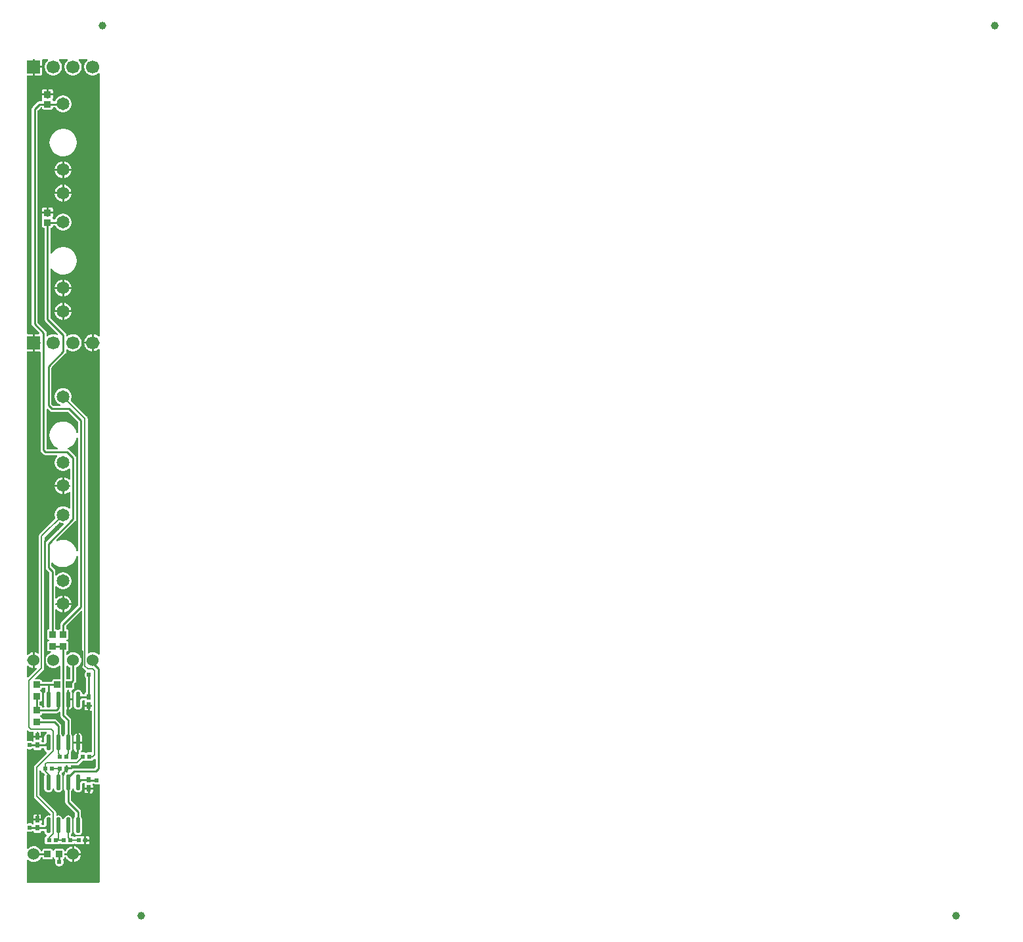
<source format=gbl>
G04 Layer: BottomLayer*
G04 EasyEDA v6.5.29, 2023-07-16 12:04:07*
G04 4946885894e94847ae742278ab8b5cb3,5a6b42c53f6a479593ecc07194224c93,10*
G04 Gerber Generator version 0.2*
G04 Scale: 100 percent, Rotated: No, Reflected: No *
G04 Dimensions in millimeters *
G04 leading zeros omitted , absolute positions ,4 integer and 5 decimal *
%FSLAX45Y45*%
%MOMM*%

%AMMACRO1*21,1,$1,$2,0,0,$3*%
%ADD10C,0.2000*%
%ADD11C,0.2540*%
%ADD12MACRO1,0.54X0.5656X90.0000*%
%ADD13MACRO1,0.864X0.8065X90.0000*%
%ADD14R,0.5400X0.7901*%
%ADD15MACRO1,0.54X0.7901X0.0000*%
%ADD16R,0.8640X0.8065*%
%ADD17MACRO1,0.864X0.8065X0.0000*%
%ADD18O,0.58801X2.0450048*%
%ADD19R,0.9072X0.8732*%
%ADD20MACRO1,0.9072X0.8732X0.0000*%
%ADD21C,1.0000*%
%ADD22MACRO1,1.7X1.7X0.0000*%
%ADD23C,1.7000*%
%ADD24C,1.6500*%
%ADD25C,1.5240*%
%ADD26C,0.6096*%
%ADD27C,0.0115*%

%LPD*%
G36*
X290068Y6883908D02*
G01*
X286156Y6884670D01*
X282905Y6886905D01*
X280670Y6890156D01*
X279908Y6894068D01*
X279908Y7393279D01*
X280670Y7397191D01*
X282905Y7400493D01*
X286156Y7402677D01*
X290068Y7403439D01*
X293979Y7402677D01*
X297230Y7400493D01*
X320598Y7377175D01*
X326796Y7372045D01*
X333502Y7368489D01*
X340715Y7366304D01*
X348742Y7365492D01*
X551281Y7365492D01*
X555193Y7364730D01*
X558495Y7362494D01*
X682294Y7238695D01*
X684530Y7235393D01*
X685292Y7231481D01*
X685292Y7102043D01*
X684428Y7097979D01*
X682040Y7094575D01*
X678484Y7092442D01*
X674370Y7091883D01*
X670356Y7093051D01*
X667156Y7095744D01*
X665327Y7099452D01*
X661060Y7115454D01*
X654710Y7132421D01*
X646582Y7148626D01*
X636879Y7163917D01*
X625652Y7178090D01*
X613003Y7191095D01*
X599084Y7202678D01*
X584047Y7212787D01*
X568096Y7221270D01*
X551332Y7228128D01*
X533908Y7233158D01*
X516128Y7236409D01*
X498043Y7237831D01*
X479958Y7237374D01*
X461975Y7235037D01*
X444347Y7230872D01*
X427278Y7224928D01*
X410870Y7217257D01*
X395325Y7207910D01*
X380847Y7197039D01*
X367538Y7184745D01*
X355600Y7171131D01*
X345084Y7156399D01*
X336194Y7140651D01*
X328930Y7124039D01*
X323443Y7106767D01*
X319735Y7089038D01*
X317855Y7071055D01*
X317855Y7052919D01*
X319735Y7034936D01*
X323443Y7017207D01*
X328930Y6999935D01*
X336194Y6983323D01*
X345084Y6967575D01*
X355600Y6952843D01*
X367538Y6939229D01*
X380847Y6926935D01*
X395325Y6916064D01*
X410870Y6906717D01*
X418236Y6903262D01*
X421385Y6900976D01*
X423468Y6897674D01*
X424078Y6893814D01*
X423265Y6890003D01*
X421030Y6886803D01*
X417779Y6884670D01*
X413918Y6883908D01*
G37*

%LPD*%
G36*
X263956Y5677052D02*
G01*
X259486Y5677154D01*
X255524Y5679186D01*
X252780Y5682691D01*
X251815Y5687009D01*
X251815Y5741365D01*
X252577Y5745276D01*
X254762Y5748578D01*
X441604Y5935421D01*
X444703Y5937504D01*
X448360Y5938367D01*
X452069Y5937808D01*
X465429Y5933287D01*
X479348Y5930544D01*
X491845Y5929680D01*
X495604Y5928715D01*
X498703Y5926429D01*
X500684Y5923127D01*
X501345Y5919368D01*
X500532Y5915558D01*
X498398Y5912358D01*
X277876Y5691835D01*
X272745Y5685637D01*
X270916Y5682234D01*
X268020Y5678881D01*
G37*

%LPD*%
G36*
X674370Y5567883D02*
G01*
X670356Y5569051D01*
X667156Y5571744D01*
X665327Y5575452D01*
X661060Y5591454D01*
X654710Y5608421D01*
X646582Y5624626D01*
X636879Y5639917D01*
X625652Y5654090D01*
X613003Y5667095D01*
X599084Y5678678D01*
X584047Y5688787D01*
X568096Y5697270D01*
X551332Y5704128D01*
X533908Y5709158D01*
X516128Y5712409D01*
X498043Y5713831D01*
X479958Y5713374D01*
X461975Y5711037D01*
X444347Y5706872D01*
X427278Y5700928D01*
X421132Y5698032D01*
X417220Y5697118D01*
X413258Y5697728D01*
X409854Y5699912D01*
X407517Y5703163D01*
X406654Y5707126D01*
X407416Y5711088D01*
X409651Y5714441D01*
X649224Y5954064D01*
X654354Y5960262D01*
X657910Y5966968D01*
X660095Y5974181D01*
X660908Y5982208D01*
X660908Y6768592D01*
X660095Y6776618D01*
X657910Y6783831D01*
X654354Y6790537D01*
X649224Y6796735D01*
X573735Y6872224D01*
X567537Y6877354D01*
X559968Y6881418D01*
X557022Y6883806D01*
X555142Y6887108D01*
X554634Y6890867D01*
X555498Y6894575D01*
X557733Y6897674D01*
X560933Y6899757D01*
X568096Y6902703D01*
X584047Y6911187D01*
X599084Y6921296D01*
X613003Y6932879D01*
X625652Y6945884D01*
X636879Y6960057D01*
X646582Y6975348D01*
X654710Y6991553D01*
X661060Y7008520D01*
X665327Y7024522D01*
X667156Y7028230D01*
X670356Y7030923D01*
X674370Y7032091D01*
X678484Y7031532D01*
X682040Y7029399D01*
X684428Y7025995D01*
X685292Y7021931D01*
X685292Y5578043D01*
X684428Y5573979D01*
X682040Y5570575D01*
X678484Y5568442D01*
G37*

%LPD*%
G36*
X425450Y4549140D02*
G01*
X421538Y4549902D01*
X418287Y4552086D01*
X414934Y4555439D01*
X410006Y4558538D01*
X404571Y4560468D01*
X399694Y4561636D01*
X396798Y4563922D01*
X394868Y4567072D01*
X394208Y4570679D01*
X394208Y4810150D01*
X395020Y4814163D01*
X397357Y4817516D01*
X400812Y4819650D01*
X404825Y4820310D01*
X408736Y4819345D01*
X411988Y4816856D01*
X416864Y4811318D01*
X427532Y4801971D01*
X439318Y4794097D01*
X452018Y4787849D01*
X465429Y4783277D01*
X479348Y4780534D01*
X480822Y4780432D01*
X480822Y4875276D01*
X404368Y4875276D01*
X400456Y4876038D01*
X397205Y4878222D01*
X394970Y4881524D01*
X394208Y4885436D01*
X394208Y4890516D01*
X394970Y4894376D01*
X397205Y4897678D01*
X400456Y4899914D01*
X404368Y4900676D01*
X480822Y4900676D01*
X480822Y4995519D01*
X479348Y4995418D01*
X465429Y4992674D01*
X452018Y4988102D01*
X439318Y4981854D01*
X427532Y4973980D01*
X416864Y4964633D01*
X411988Y4959096D01*
X408736Y4956606D01*
X404825Y4955641D01*
X400812Y4956251D01*
X397357Y4958435D01*
X395020Y4961788D01*
X394208Y4965801D01*
X394208Y5110175D01*
X395020Y5114188D01*
X397357Y5117541D01*
X400812Y5119674D01*
X404825Y5120335D01*
X408736Y5119370D01*
X411988Y5116880D01*
X416864Y5111343D01*
X427532Y5101996D01*
X439318Y5094122D01*
X452018Y5087874D01*
X465429Y5083302D01*
X479348Y5080558D01*
X493522Y5079593D01*
X507644Y5080558D01*
X521563Y5083302D01*
X534974Y5087874D01*
X547674Y5094122D01*
X559460Y5101996D01*
X570128Y5111343D01*
X579475Y5122011D01*
X587349Y5133797D01*
X593648Y5146497D01*
X598170Y5159959D01*
X600964Y5173827D01*
X601878Y5188000D01*
X600964Y5202123D01*
X598170Y5216042D01*
X593648Y5229453D01*
X587349Y5242204D01*
X579475Y5253990D01*
X570128Y5264658D01*
X559460Y5274005D01*
X547674Y5281879D01*
X534974Y5288127D01*
X521563Y5292699D01*
X507644Y5295442D01*
X493522Y5296357D01*
X479348Y5295442D01*
X465429Y5292699D01*
X452018Y5288127D01*
X439318Y5281879D01*
X427532Y5274005D01*
X416864Y5264658D01*
X411988Y5259120D01*
X408736Y5256631D01*
X404825Y5255666D01*
X400812Y5256276D01*
X397357Y5258460D01*
X395020Y5261813D01*
X394208Y5265826D01*
X394208Y5308092D01*
X393395Y5316118D01*
X391210Y5323332D01*
X387654Y5330037D01*
X382524Y5336235D01*
X346405Y5372404D01*
X344170Y5375706D01*
X343408Y5379618D01*
X343408Y5415737D01*
X344220Y5419750D01*
X346557Y5423103D01*
X349961Y5425236D01*
X354025Y5425897D01*
X357936Y5424932D01*
X361188Y5422442D01*
X367538Y5415229D01*
X380847Y5402935D01*
X395325Y5392064D01*
X410870Y5382717D01*
X427278Y5375046D01*
X444347Y5369102D01*
X461975Y5364937D01*
X479958Y5362600D01*
X498043Y5362143D01*
X516128Y5363565D01*
X533908Y5366816D01*
X551332Y5371846D01*
X568096Y5378704D01*
X584047Y5387187D01*
X599084Y5397296D01*
X613003Y5408879D01*
X625652Y5421884D01*
X636879Y5436057D01*
X646582Y5451348D01*
X654710Y5467553D01*
X661060Y5484520D01*
X665327Y5500522D01*
X667156Y5504230D01*
X670356Y5506923D01*
X674370Y5508091D01*
X678484Y5507532D01*
X682040Y5505399D01*
X684428Y5501995D01*
X685292Y5497931D01*
X685292Y4871618D01*
X684530Y4867706D01*
X682294Y4864404D01*
X468376Y4650435D01*
X463245Y4644237D01*
X459689Y4637532D01*
X457504Y4630318D01*
X456692Y4622292D01*
X456692Y4570679D01*
X456031Y4567072D01*
X454101Y4563922D01*
X451205Y4561636D01*
X446328Y4560468D01*
X440893Y4558538D01*
X435965Y4555439D01*
X432612Y4552086D01*
X429361Y4549902D01*
G37*

%LPC*%
G36*
X506222Y4900676D02*
G01*
X601065Y4900676D01*
X600964Y4902098D01*
X598170Y4916017D01*
X593648Y4929428D01*
X587349Y4942179D01*
X579475Y4953965D01*
X570128Y4964633D01*
X559460Y4973980D01*
X547674Y4981854D01*
X534974Y4988102D01*
X521563Y4992674D01*
X507644Y4995418D01*
X506222Y4995519D01*
G37*
G36*
X506222Y4780432D02*
G01*
X507644Y4780534D01*
X521563Y4783277D01*
X534974Y4787849D01*
X547674Y4794097D01*
X559460Y4801971D01*
X570128Y4811318D01*
X579475Y4821986D01*
X587349Y4833772D01*
X593648Y4846472D01*
X598170Y4859934D01*
X600964Y4873802D01*
X601065Y4875276D01*
X506222Y4875276D01*
G37*

%LPD*%
G36*
X262686Y4189374D02*
G01*
X258571Y4189933D01*
X255066Y4192066D01*
X252628Y4195470D01*
X251815Y4199534D01*
X251815Y5336590D01*
X252780Y5340908D01*
X255524Y5344414D01*
X259486Y5346446D01*
X263956Y5346547D01*
X268020Y5344718D01*
X270916Y5341366D01*
X272745Y5337962D01*
X277876Y5331764D01*
X313994Y5295595D01*
X316230Y5292293D01*
X316992Y5288381D01*
X316992Y4570679D01*
X316331Y4567072D01*
X314401Y4563922D01*
X311505Y4561636D01*
X306628Y4560468D01*
X301193Y4558538D01*
X296265Y4555439D01*
X292201Y4551375D01*
X289102Y4546447D01*
X287223Y4541012D01*
X286512Y4534662D01*
X286512Y4455160D01*
X287223Y4448860D01*
X289102Y4443374D01*
X292201Y4438497D01*
X296265Y4434382D01*
X301193Y4431334D01*
X307238Y4429201D01*
X310794Y4427067D01*
X313232Y4423664D01*
X314045Y4419600D01*
X313232Y4415536D01*
X310794Y4412132D01*
X307238Y4409998D01*
X301193Y4407865D01*
X296265Y4404817D01*
X292201Y4400702D01*
X289102Y4395825D01*
X287223Y4390339D01*
X286512Y4384040D01*
X286512Y4304538D01*
X287223Y4298188D01*
X289102Y4292752D01*
X292201Y4287824D01*
X296265Y4283760D01*
X301193Y4280662D01*
X306628Y4278731D01*
X312978Y4278020D01*
X327152Y4278020D01*
X331063Y4277258D01*
X334365Y4275023D01*
X336600Y4271670D01*
X337312Y4267758D01*
X336448Y4263847D01*
X334162Y4260545D01*
X330809Y4258411D01*
X325323Y4256278D01*
X313385Y4249724D01*
X302412Y4241647D01*
X292608Y4232148D01*
X284124Y4221480D01*
X277164Y4209745D01*
X271780Y4196842D01*
X269900Y4193133D01*
X266700Y4190492D01*
G37*

%LPD*%
G36*
X728268Y4188815D02*
G01*
X724357Y4189729D01*
X721106Y4192168D01*
X719023Y4195622D01*
X716280Y4203547D01*
X710133Y4215739D01*
X702411Y4226966D01*
X693267Y4237075D01*
X682853Y4245864D01*
X671372Y4253230D01*
X658977Y4258970D01*
X645972Y4262983D01*
X632510Y4265269D01*
X618896Y4265726D01*
X605332Y4264355D01*
X592074Y4261205D01*
X579323Y4256278D01*
X567385Y4249724D01*
X556412Y4241647D01*
X551129Y4236567D01*
X547827Y4234434D01*
X543966Y4233722D01*
X540105Y4234535D01*
X536854Y4236720D01*
X534670Y4240022D01*
X533908Y4243882D01*
X533908Y4268520D01*
X534568Y4272127D01*
X536498Y4275277D01*
X539394Y4277563D01*
X544271Y4278731D01*
X549706Y4280662D01*
X554634Y4283760D01*
X558698Y4287824D01*
X561797Y4292752D01*
X563676Y4298188D01*
X564388Y4304538D01*
X564388Y4384040D01*
X563676Y4390339D01*
X561797Y4395825D01*
X558698Y4400702D01*
X554634Y4404817D01*
X549706Y4407865D01*
X543661Y4409998D01*
X540105Y4412132D01*
X537667Y4415536D01*
X536854Y4419600D01*
X537667Y4423664D01*
X540105Y4427067D01*
X543661Y4429201D01*
X549706Y4431334D01*
X554634Y4434382D01*
X558698Y4438497D01*
X561797Y4443374D01*
X563676Y4448860D01*
X564388Y4455160D01*
X564388Y4534662D01*
X563676Y4541012D01*
X561797Y4546447D01*
X558698Y4551375D01*
X554634Y4555439D01*
X549706Y4558538D01*
X544271Y4560468D01*
X539394Y4561636D01*
X536498Y4563922D01*
X534568Y4567072D01*
X533908Y4570679D01*
X533908Y4602581D01*
X534670Y4606493D01*
X536905Y4609795D01*
X721461Y4794351D01*
X724763Y4796536D01*
X728624Y4797348D01*
X732536Y4796536D01*
X735838Y4794351D01*
X738022Y4791049D01*
X738784Y4787188D01*
X738784Y4198975D01*
X737971Y4195013D01*
X735685Y4191660D01*
X732282Y4189476D01*
G37*

%LPD*%
G36*
X36068Y3939133D02*
G01*
X32156Y3939946D01*
X28905Y3942130D01*
X26670Y3945432D01*
X25908Y3949293D01*
X25908Y4083507D01*
X26670Y4087368D01*
X28854Y4090670D01*
X32105Y4092854D01*
X35966Y4093667D01*
X39827Y4092956D01*
X43129Y4090822D01*
X48412Y4085742D01*
X59385Y4077665D01*
X71323Y4071112D01*
X84074Y4066184D01*
X97332Y4063034D01*
X101600Y4062577D01*
X101600Y4150969D01*
X36068Y4150969D01*
X32156Y4151782D01*
X28905Y4153966D01*
X26670Y4157268D01*
X25908Y4161129D01*
X25908Y4166209D01*
X26670Y4170121D01*
X28905Y4173423D01*
X32156Y4175607D01*
X36068Y4176369D01*
X101600Y4176369D01*
X101600Y4264812D01*
X97332Y4264355D01*
X84074Y4261205D01*
X71323Y4256278D01*
X59385Y4249724D01*
X48412Y4241647D01*
X43129Y4236567D01*
X39827Y4234434D01*
X35966Y4233722D01*
X32105Y4234535D01*
X28854Y4236720D01*
X26670Y4240022D01*
X25908Y4243882D01*
X25908Y8133943D01*
X26670Y8137804D01*
X28905Y8141106D01*
X32156Y8143341D01*
X36068Y8144103D01*
X101600Y8144103D01*
X101600Y8242300D01*
X36068Y8242300D01*
X32156Y8243062D01*
X28905Y8245297D01*
X26670Y8248548D01*
X25908Y8252459D01*
X25908Y8257540D01*
X26670Y8261451D01*
X28905Y8264702D01*
X32156Y8266938D01*
X36068Y8267700D01*
X101600Y8267700D01*
X101600Y8365896D01*
X36068Y8365896D01*
X32156Y8366658D01*
X28905Y8368893D01*
X26670Y8372195D01*
X25908Y8376056D01*
X25908Y11689943D01*
X26670Y11693804D01*
X28905Y11697106D01*
X32156Y11699341D01*
X36068Y11700103D01*
X101600Y11700103D01*
X101600Y11798300D01*
X36068Y11798300D01*
X32156Y11799062D01*
X28905Y11801297D01*
X26670Y11804548D01*
X25908Y11808460D01*
X25908Y11813540D01*
X26670Y11817451D01*
X28905Y11820702D01*
X32156Y11822938D01*
X36068Y11823700D01*
X101600Y11823700D01*
X101600Y11901932D01*
X102362Y11905843D01*
X104597Y11909094D01*
X107848Y11911330D01*
X111760Y11912092D01*
X116839Y11912092D01*
X120751Y11911330D01*
X124002Y11909094D01*
X126237Y11905843D01*
X127000Y11901932D01*
X127000Y11823700D01*
X225196Y11823700D01*
X225196Y11895429D01*
X224586Y11900814D01*
X225044Y11905030D01*
X227126Y11908688D01*
X230530Y11911228D01*
X234696Y11912092D01*
X288696Y11912092D01*
X292658Y11911279D01*
X296011Y11908993D01*
X298196Y11905589D01*
X298856Y11901627D01*
X297942Y11897664D01*
X295554Y11894413D01*
X288645Y11888165D01*
X279450Y11877344D01*
X271678Y11865406D01*
X265531Y11852605D01*
X261061Y11839143D01*
X258317Y11825173D01*
X257403Y11811000D01*
X258317Y11796826D01*
X261061Y11782856D01*
X265531Y11769394D01*
X271678Y11756593D01*
X279450Y11744655D01*
X288645Y11733834D01*
X299161Y11724284D01*
X310794Y11716156D01*
X323392Y11709603D01*
X336753Y11704675D01*
X350621Y11701526D01*
X364744Y11700154D01*
X378968Y11700611D01*
X392988Y11702897D01*
X406603Y11706910D01*
X419608Y11712702D01*
X431749Y11720068D01*
X442874Y11728907D01*
X452729Y11739118D01*
X461213Y11750497D01*
X468223Y11762892D01*
X473557Y11776049D01*
X477164Y11789816D01*
X478942Y11803888D01*
X478942Y11818112D01*
X477164Y11832183D01*
X473557Y11845950D01*
X468223Y11859107D01*
X461213Y11871502D01*
X452729Y11882882D01*
X439064Y11897207D01*
X437946Y11901170D01*
X438454Y11905284D01*
X440588Y11908840D01*
X443992Y11911228D01*
X448056Y11912092D01*
X542696Y11912092D01*
X546658Y11911279D01*
X550011Y11908993D01*
X552196Y11905589D01*
X552856Y11901627D01*
X551942Y11897664D01*
X549554Y11894413D01*
X542645Y11888165D01*
X533450Y11877344D01*
X525678Y11865406D01*
X519531Y11852605D01*
X515061Y11839143D01*
X512318Y11825173D01*
X511403Y11811000D01*
X512318Y11796826D01*
X515061Y11782856D01*
X519531Y11769394D01*
X525678Y11756593D01*
X533450Y11744655D01*
X542645Y11733834D01*
X553161Y11724284D01*
X564794Y11716156D01*
X577392Y11709603D01*
X590753Y11704675D01*
X604621Y11701526D01*
X618744Y11700154D01*
X632968Y11700611D01*
X646988Y11702897D01*
X660603Y11706910D01*
X673608Y11712702D01*
X685749Y11720068D01*
X696874Y11728907D01*
X706729Y11739118D01*
X715213Y11750497D01*
X722223Y11762892D01*
X727557Y11776049D01*
X731164Y11789816D01*
X732942Y11803888D01*
X732942Y11818112D01*
X731164Y11832183D01*
X727557Y11845950D01*
X722223Y11859107D01*
X715213Y11871502D01*
X706729Y11882882D01*
X693064Y11897207D01*
X691946Y11901170D01*
X692454Y11905284D01*
X694588Y11908840D01*
X697992Y11911228D01*
X702056Y11912092D01*
X796696Y11912092D01*
X800658Y11911279D01*
X804011Y11908993D01*
X806196Y11905589D01*
X806856Y11901627D01*
X805942Y11897664D01*
X803554Y11894413D01*
X796645Y11888165D01*
X787450Y11877344D01*
X779678Y11865406D01*
X773531Y11852605D01*
X769061Y11839143D01*
X766318Y11825173D01*
X765403Y11811000D01*
X766318Y11796826D01*
X769061Y11782856D01*
X773531Y11769394D01*
X779678Y11756593D01*
X787450Y11744655D01*
X796645Y11733834D01*
X807161Y11724284D01*
X818794Y11716156D01*
X831392Y11709603D01*
X844753Y11704675D01*
X858621Y11701526D01*
X872744Y11700154D01*
X886968Y11700611D01*
X900988Y11702897D01*
X914603Y11706910D01*
X927608Y11712702D01*
X939749Y11720068D01*
X948182Y11726773D01*
X951534Y11728551D01*
X955294Y11729008D01*
X958951Y11727992D01*
X961999Y11725757D01*
X963980Y11722557D01*
X964692Y11718848D01*
X964692Y8347151D01*
X963980Y8343442D01*
X961999Y8340242D01*
X958951Y8338007D01*
X955294Y8336991D01*
X951534Y8337448D01*
X948182Y8339226D01*
X939749Y8345931D01*
X927608Y8353298D01*
X914603Y8359038D01*
X900988Y8363102D01*
X889000Y8365032D01*
X889000Y8267700D01*
X954532Y8267700D01*
X958443Y8266938D01*
X961694Y8264702D01*
X963930Y8261451D01*
X964692Y8257540D01*
X964692Y8252459D01*
X963930Y8248548D01*
X961694Y8245297D01*
X958443Y8243062D01*
X954532Y8242300D01*
X889000Y8242300D01*
X889000Y8144967D01*
X900988Y8146897D01*
X914603Y8150910D01*
X927608Y8156702D01*
X939749Y8164068D01*
X948182Y8170773D01*
X951534Y8172551D01*
X955294Y8173008D01*
X958951Y8171992D01*
X961999Y8169757D01*
X963980Y8166557D01*
X964692Y8162848D01*
X964692Y4244187D01*
X963980Y4240428D01*
X961898Y4237228D01*
X958799Y4234992D01*
X955090Y4234027D01*
X951280Y4234586D01*
X947978Y4236466D01*
X936853Y4245864D01*
X925372Y4253230D01*
X912977Y4258970D01*
X899972Y4262983D01*
X886510Y4265269D01*
X872896Y4265726D01*
X859332Y4264355D01*
X846074Y4261205D01*
X833323Y4256278D01*
X825652Y4252112D01*
X821639Y4250893D01*
X817524Y4251401D01*
X813917Y4253484D01*
X811479Y4256887D01*
X810615Y4261002D01*
X810615Y7280351D01*
X809752Y7288377D01*
X807466Y7295489D01*
X803656Y7302093D01*
X799795Y7306564D01*
X596138Y7510272D01*
X594004Y7513320D01*
X593191Y7516977D01*
X593699Y7520686D01*
X598170Y7533944D01*
X600964Y7547813D01*
X601878Y7561986D01*
X600964Y7576108D01*
X598170Y7590028D01*
X593648Y7603439D01*
X587349Y7616190D01*
X579475Y7627975D01*
X570128Y7638643D01*
X559460Y7647990D01*
X547674Y7655864D01*
X534974Y7662113D01*
X521563Y7666685D01*
X507644Y7669428D01*
X493522Y7670342D01*
X479348Y7669428D01*
X465429Y7666685D01*
X452018Y7662113D01*
X439318Y7655864D01*
X427532Y7647990D01*
X416864Y7638643D01*
X407517Y7627975D01*
X399643Y7616190D01*
X393344Y7603439D01*
X388823Y7590028D01*
X386029Y7576108D01*
X385114Y7561986D01*
X386029Y7547813D01*
X388823Y7533944D01*
X393344Y7520482D01*
X399643Y7507782D01*
X407517Y7495997D01*
X416864Y7485329D01*
X427532Y7475981D01*
X439318Y7468108D01*
X451764Y7461961D01*
X455269Y7459116D01*
X457200Y7455052D01*
X457149Y7450581D01*
X455168Y7446518D01*
X451662Y7443724D01*
X447243Y7442708D01*
X368452Y7442708D01*
X364540Y7443470D01*
X361238Y7445705D01*
X346405Y7460538D01*
X344170Y7463840D01*
X343408Y7467752D01*
X343408Y7929981D01*
X344170Y7933893D01*
X346405Y7937195D01*
X522224Y8113064D01*
X527354Y8119262D01*
X530910Y8125968D01*
X533095Y8133181D01*
X533908Y8141208D01*
X533908Y8162848D01*
X534670Y8166658D01*
X536752Y8169909D01*
X539953Y8172145D01*
X543763Y8173008D01*
X547573Y8172399D01*
X550875Y8170367D01*
X553161Y8168284D01*
X564794Y8160156D01*
X577392Y8153603D01*
X590753Y8148675D01*
X604621Y8145525D01*
X618744Y8144154D01*
X632968Y8144611D01*
X646988Y8146897D01*
X660603Y8150910D01*
X673608Y8156702D01*
X685749Y8164068D01*
X696874Y8172907D01*
X706729Y8183118D01*
X715213Y8194497D01*
X722223Y8206892D01*
X727557Y8220049D01*
X731164Y8233816D01*
X732942Y8247888D01*
X732942Y8262112D01*
X731164Y8276183D01*
X727557Y8289950D01*
X722223Y8303107D01*
X715213Y8315502D01*
X706729Y8326881D01*
X696874Y8337092D01*
X685749Y8345931D01*
X673608Y8353298D01*
X660603Y8359038D01*
X646988Y8363102D01*
X632968Y8365388D01*
X618744Y8365845D01*
X604621Y8364474D01*
X590753Y8361324D01*
X577392Y8356396D01*
X564794Y8349843D01*
X553161Y8341715D01*
X550875Y8339632D01*
X547573Y8337600D01*
X543763Y8336991D01*
X539953Y8337854D01*
X536752Y8340090D01*
X534670Y8343341D01*
X533908Y8347151D01*
X533908Y8356092D01*
X533095Y8364118D01*
X530910Y8371331D01*
X527354Y8378037D01*
X522224Y8384235D01*
X333705Y8572804D01*
X331470Y8576106D01*
X330708Y8580018D01*
X330708Y9203893D01*
X331571Y9208058D01*
X334111Y9211462D01*
X337769Y9213596D01*
X341985Y9214002D01*
X345998Y9212681D01*
X349148Y9209786D01*
X355600Y9200743D01*
X367538Y9187129D01*
X380847Y9174835D01*
X395325Y9163964D01*
X410870Y9154617D01*
X427278Y9146946D01*
X444347Y9141002D01*
X461975Y9136837D01*
X479958Y9134500D01*
X498043Y9134043D01*
X516128Y9135465D01*
X533908Y9138716D01*
X551332Y9143746D01*
X568096Y9150604D01*
X584047Y9159087D01*
X599084Y9169196D01*
X613003Y9180779D01*
X625652Y9193784D01*
X636879Y9207957D01*
X646582Y9223248D01*
X654710Y9239453D01*
X661060Y9256420D01*
X665683Y9273895D01*
X668477Y9291777D01*
X669391Y9309862D01*
X668477Y9327997D01*
X665683Y9345879D01*
X661060Y9363354D01*
X654710Y9380321D01*
X646582Y9396526D01*
X636879Y9411817D01*
X625652Y9425990D01*
X613003Y9438995D01*
X599084Y9450578D01*
X584047Y9460687D01*
X568096Y9469170D01*
X551332Y9476028D01*
X533908Y9481058D01*
X516128Y9484309D01*
X498043Y9485731D01*
X479958Y9485274D01*
X461975Y9482937D01*
X444347Y9478772D01*
X427278Y9472828D01*
X410870Y9465157D01*
X395325Y9455810D01*
X380847Y9444939D01*
X367538Y9432645D01*
X355600Y9419031D01*
X349148Y9409988D01*
X345998Y9407093D01*
X341985Y9405772D01*
X337769Y9406178D01*
X334111Y9408312D01*
X331571Y9411716D01*
X330708Y9415881D01*
X330708Y9726422D01*
X331368Y9730028D01*
X333298Y9733178D01*
X336194Y9735413D01*
X339750Y9736480D01*
X343204Y9736886D01*
X348691Y9738817D01*
X353568Y9741865D01*
X357682Y9745980D01*
X360730Y9750856D01*
X362661Y9756343D01*
X363931Y9761626D01*
X366166Y9764572D01*
X369316Y9766452D01*
X372973Y9767112D01*
X387654Y9767112D01*
X391363Y9766452D01*
X394512Y9764471D01*
X396798Y9761474D01*
X399643Y9755682D01*
X407517Y9743897D01*
X416864Y9733229D01*
X427532Y9723882D01*
X439318Y9716008D01*
X452018Y9709759D01*
X465429Y9705187D01*
X479348Y9702444D01*
X493522Y9701479D01*
X507644Y9702444D01*
X521563Y9705187D01*
X534974Y9709759D01*
X547674Y9716008D01*
X559460Y9723882D01*
X570128Y9733229D01*
X579475Y9743897D01*
X587349Y9755682D01*
X593648Y9768382D01*
X598170Y9781844D01*
X600964Y9795713D01*
X601878Y9809886D01*
X600964Y9824008D01*
X598170Y9837928D01*
X593648Y9851339D01*
X587349Y9864090D01*
X579475Y9875875D01*
X570128Y9886543D01*
X559460Y9895890D01*
X547674Y9903764D01*
X534974Y9910013D01*
X521563Y9914585D01*
X507644Y9917328D01*
X493522Y9918242D01*
X479348Y9917328D01*
X465429Y9914585D01*
X452018Y9910013D01*
X439318Y9903764D01*
X427532Y9895890D01*
X416864Y9886543D01*
X407517Y9875875D01*
X399643Y9864090D01*
X393344Y9851237D01*
X391210Y9847630D01*
X387807Y9845192D01*
X383692Y9844328D01*
X372973Y9844328D01*
X369316Y9845040D01*
X366166Y9846919D01*
X363931Y9849866D01*
X362661Y9855149D01*
X360730Y9860635D01*
X359562Y9862515D01*
X358190Y9866020D01*
X358190Y9869779D01*
X359562Y9873284D01*
X360730Y9875164D01*
X362661Y9880650D01*
X363372Y9886950D01*
X363372Y9917379D01*
X304800Y9917379D01*
X304800Y9885476D01*
X304038Y9881565D01*
X301802Y9878263D01*
X298551Y9876078D01*
X294640Y9875316D01*
X289560Y9875316D01*
X285648Y9876078D01*
X282397Y9878263D01*
X280162Y9881565D01*
X279400Y9885476D01*
X279400Y9917379D01*
X220827Y9917379D01*
X220827Y9886950D01*
X221538Y9880650D01*
X223469Y9875164D01*
X224637Y9873284D01*
X226009Y9869779D01*
X226009Y9866020D01*
X224637Y9862515D01*
X223469Y9860635D01*
X221538Y9855149D01*
X220827Y9848850D01*
X220827Y9762642D01*
X221538Y9756343D01*
X223469Y9750856D01*
X226517Y9745980D01*
X230632Y9741865D01*
X235508Y9738817D01*
X240995Y9736886D01*
X244449Y9736480D01*
X248005Y9735413D01*
X250901Y9733178D01*
X252831Y9730028D01*
X253492Y9726422D01*
X253492Y8560308D01*
X254304Y8552281D01*
X256489Y8545068D01*
X260045Y8538362D01*
X265176Y8532164D01*
X424840Y8372449D01*
X427024Y8369147D01*
X427786Y8365236D01*
X426974Y8361273D01*
X424738Y8358022D01*
X421385Y8355838D01*
X417423Y8355126D01*
X413512Y8355990D01*
X406603Y8359038D01*
X392988Y8363102D01*
X378968Y8365388D01*
X364744Y8365845D01*
X350621Y8364474D01*
X336753Y8361324D01*
X323392Y8356396D01*
X310794Y8349843D01*
X299161Y8341715D01*
X296875Y8339632D01*
X293573Y8337600D01*
X289763Y8336991D01*
X285953Y8337854D01*
X282752Y8340090D01*
X280670Y8343341D01*
X279908Y8347151D01*
X279908Y8381492D01*
X279095Y8389518D01*
X276910Y8396732D01*
X273354Y8403437D01*
X268224Y8409635D01*
X168605Y8509304D01*
X166370Y8512606D01*
X165608Y8516518D01*
X165608Y11244681D01*
X166370Y11248593D01*
X168605Y11251895D01*
X204165Y11287455D01*
X207264Y11289588D01*
X210972Y11290401D01*
X214680Y11289842D01*
X217932Y11287963D01*
X220319Y11285016D01*
X221538Y11280343D01*
X223469Y11274856D01*
X226517Y11269980D01*
X230632Y11265865D01*
X235508Y11262817D01*
X240995Y11260886D01*
X247294Y11260175D01*
X336905Y11260175D01*
X343204Y11260886D01*
X348691Y11262817D01*
X353568Y11265865D01*
X357682Y11269980D01*
X360730Y11274856D01*
X362661Y11280343D01*
X363931Y11285626D01*
X366166Y11288572D01*
X369316Y11290452D01*
X372973Y11291112D01*
X387654Y11291112D01*
X391363Y11290452D01*
X394512Y11288471D01*
X396798Y11285474D01*
X399643Y11279682D01*
X407517Y11267897D01*
X416864Y11257229D01*
X427532Y11247882D01*
X439318Y11240008D01*
X452018Y11233759D01*
X465429Y11229187D01*
X479348Y11226393D01*
X493522Y11225479D01*
X507644Y11226393D01*
X521563Y11229187D01*
X534974Y11233759D01*
X547674Y11240008D01*
X559460Y11247882D01*
X570128Y11257229D01*
X579475Y11267897D01*
X587349Y11279682D01*
X593648Y11292382D01*
X598170Y11305844D01*
X600964Y11319713D01*
X601878Y11333886D01*
X600964Y11348008D01*
X598170Y11361928D01*
X593648Y11375339D01*
X587349Y11388090D01*
X579475Y11399875D01*
X570128Y11410492D01*
X559460Y11419840D01*
X547674Y11427764D01*
X534974Y11434013D01*
X521563Y11438585D01*
X507644Y11441328D01*
X493522Y11442242D01*
X479348Y11441328D01*
X465429Y11438585D01*
X452018Y11434013D01*
X439318Y11427764D01*
X427532Y11419840D01*
X416864Y11410492D01*
X407517Y11399875D01*
X399643Y11388090D01*
X393344Y11375237D01*
X391210Y11371630D01*
X387807Y11369192D01*
X383692Y11368328D01*
X372973Y11368328D01*
X369316Y11369040D01*
X366166Y11370919D01*
X363931Y11373866D01*
X362661Y11379149D01*
X360730Y11384635D01*
X359562Y11386515D01*
X358190Y11390020D01*
X358190Y11393779D01*
X359562Y11397284D01*
X360730Y11399164D01*
X362661Y11404650D01*
X363372Y11410950D01*
X363372Y11441379D01*
X304800Y11441379D01*
X304800Y11409476D01*
X304038Y11405565D01*
X301802Y11402263D01*
X298551Y11400078D01*
X294640Y11399316D01*
X289560Y11399316D01*
X285648Y11400078D01*
X282397Y11402263D01*
X280162Y11405565D01*
X279400Y11409476D01*
X279400Y11441379D01*
X220827Y11441379D01*
X220827Y11410950D01*
X221538Y11404650D01*
X223469Y11399164D01*
X224637Y11397284D01*
X226009Y11393779D01*
X226009Y11390020D01*
X224637Y11386515D01*
X223469Y11384635D01*
X221538Y11379149D01*
X220268Y11373764D01*
X218033Y11370868D01*
X214884Y11368938D01*
X211226Y11368278D01*
X192278Y11368278D01*
X184251Y11367465D01*
X177038Y11365280D01*
X170332Y11361724D01*
X164134Y11356594D01*
X100076Y11292535D01*
X94945Y11286337D01*
X91389Y11279632D01*
X89204Y11272418D01*
X88392Y11264392D01*
X88392Y8496808D01*
X89204Y8488781D01*
X91389Y8481568D01*
X94945Y8474862D01*
X100076Y8468664D01*
X185470Y8383270D01*
X187655Y8379968D01*
X188417Y8376056D01*
X187655Y8372195D01*
X185470Y8368893D01*
X182168Y8366658D01*
X178257Y8365896D01*
X127000Y8365896D01*
X127000Y8267700D01*
X192532Y8267700D01*
X196443Y8266938D01*
X199694Y8264702D01*
X201930Y8261451D01*
X202692Y8257540D01*
X202692Y8252459D01*
X201930Y8248548D01*
X199694Y8245297D01*
X196443Y8243062D01*
X192532Y8242300D01*
X127000Y8242300D01*
X127000Y8144103D01*
X192532Y8144103D01*
X196443Y8143341D01*
X199694Y8141106D01*
X201930Y8137804D01*
X202692Y8133943D01*
X202692Y6871208D01*
X203504Y6863181D01*
X205689Y6855968D01*
X209245Y6849262D01*
X214375Y6843064D01*
X239064Y6818375D01*
X245262Y6813245D01*
X251967Y6809689D01*
X259181Y6807504D01*
X267208Y6806692D01*
X410464Y6806692D01*
X414426Y6805879D01*
X417779Y6803542D01*
X419963Y6800088D01*
X420624Y6796074D01*
X419608Y6792163D01*
X416864Y6788658D01*
X407517Y6777990D01*
X399643Y6766204D01*
X393344Y6753453D01*
X388823Y6740042D01*
X386029Y6726123D01*
X385114Y6712000D01*
X386029Y6697827D01*
X388823Y6683959D01*
X393344Y6670497D01*
X399643Y6657797D01*
X407517Y6646011D01*
X416864Y6635343D01*
X427532Y6625996D01*
X439318Y6618122D01*
X452018Y6611874D01*
X465429Y6607302D01*
X479348Y6604558D01*
X493522Y6603593D01*
X507644Y6604558D01*
X521563Y6607302D01*
X534974Y6611874D01*
X547674Y6618122D01*
X559460Y6625996D01*
X566826Y6632448D01*
X570179Y6634378D01*
X573989Y6634988D01*
X577748Y6634073D01*
X580847Y6631838D01*
X582980Y6628587D01*
X583692Y6624828D01*
X583692Y6499148D01*
X582980Y6495338D01*
X580847Y6492138D01*
X577748Y6489903D01*
X573989Y6488988D01*
X570179Y6489547D01*
X566826Y6491528D01*
X559460Y6497980D01*
X547674Y6505854D01*
X534974Y6512102D01*
X521563Y6516674D01*
X507644Y6519418D01*
X506222Y6519519D01*
X506222Y6424676D01*
X573532Y6424676D01*
X577443Y6423914D01*
X580694Y6421678D01*
X582930Y6418376D01*
X583692Y6414516D01*
X583692Y6409436D01*
X582930Y6405524D01*
X580694Y6402222D01*
X577443Y6400038D01*
X573532Y6399276D01*
X506222Y6399276D01*
X506222Y6304432D01*
X507644Y6304534D01*
X521563Y6307277D01*
X534974Y6311849D01*
X547674Y6318097D01*
X559460Y6325971D01*
X566826Y6332423D01*
X570179Y6334353D01*
X573989Y6334963D01*
X577748Y6334048D01*
X580847Y6331813D01*
X582980Y6328562D01*
X583692Y6324803D01*
X583692Y6125159D01*
X582980Y6121349D01*
X580847Y6118148D01*
X577748Y6115913D01*
X573989Y6114999D01*
X570179Y6115558D01*
X566826Y6117539D01*
X559460Y6123990D01*
X547674Y6131864D01*
X534974Y6138113D01*
X521563Y6142685D01*
X507644Y6145428D01*
X493522Y6146342D01*
X479348Y6145428D01*
X465429Y6142685D01*
X452018Y6138113D01*
X439318Y6131864D01*
X427532Y6123990D01*
X416864Y6114643D01*
X407517Y6103975D01*
X399643Y6092190D01*
X393344Y6079439D01*
X388823Y6066028D01*
X386029Y6052108D01*
X385114Y6037986D01*
X386029Y6023813D01*
X388823Y6009944D01*
X393293Y5996686D01*
X393852Y5992977D01*
X392988Y5989320D01*
X390855Y5986221D01*
X190906Y5786221D01*
X185826Y5779973D01*
X182422Y5773318D01*
X180441Y5765952D01*
X179984Y5760059D01*
X179984Y4261154D01*
X179070Y4256938D01*
X176479Y4253484D01*
X172720Y4251401D01*
X168402Y4251096D01*
X150977Y4258970D01*
X137972Y4262983D01*
X127000Y4264863D01*
X127000Y4176369D01*
X169824Y4176369D01*
X173736Y4175607D01*
X177038Y4173423D01*
X179222Y4170121D01*
X179984Y4166209D01*
X179984Y4161129D01*
X179222Y4157268D01*
X177038Y4153966D01*
X173736Y4151782D01*
X169824Y4150969D01*
X127000Y4150969D01*
X127000Y4062526D01*
X138633Y4064609D01*
X143103Y4064965D01*
X147269Y4063390D01*
X150317Y4060139D01*
X151739Y4055922D01*
X151231Y4051503D01*
X148844Y4047693D01*
X43230Y3942130D01*
X39979Y3939946D01*
G37*

%LPC*%
G36*
X304800Y11466779D02*
G01*
X363372Y11466779D01*
X363372Y11497157D01*
X362661Y11503456D01*
X360730Y11508943D01*
X357682Y11513820D01*
X353568Y11517934D01*
X348691Y11520982D01*
X343204Y11522913D01*
X336905Y11523624D01*
X304800Y11523624D01*
G37*
G36*
X220827Y11466779D02*
G01*
X279400Y11466779D01*
X279400Y11523624D01*
X247294Y11523624D01*
X240995Y11522913D01*
X235508Y11520982D01*
X230632Y11517934D01*
X226517Y11513820D01*
X223469Y11508943D01*
X221538Y11503456D01*
X220827Y11497157D01*
G37*
G36*
X498043Y10658043D02*
G01*
X516128Y10659414D01*
X533908Y10662666D01*
X551332Y10667746D01*
X568096Y10674553D01*
X584047Y10683087D01*
X599084Y10693196D01*
X613003Y10704779D01*
X625652Y10717733D01*
X636879Y10731957D01*
X646582Y10747248D01*
X654710Y10763402D01*
X661060Y10780369D01*
X665683Y10797895D01*
X668477Y10815777D01*
X669391Y10833862D01*
X668477Y10851946D01*
X665683Y10869828D01*
X661060Y10887354D01*
X654710Y10904321D01*
X646582Y10920476D01*
X636879Y10935766D01*
X625652Y10949990D01*
X613003Y10962944D01*
X599084Y10974527D01*
X584047Y10984636D01*
X568096Y10993170D01*
X551332Y10999978D01*
X533908Y11005058D01*
X516128Y11008309D01*
X498043Y11009680D01*
X479958Y11009223D01*
X461975Y11006886D01*
X444347Y11002772D01*
X427278Y10996777D01*
X410870Y10989106D01*
X395325Y10979810D01*
X380847Y10968939D01*
X367538Y10956645D01*
X355600Y10943031D01*
X345084Y10928248D01*
X336194Y10912500D01*
X328930Y10895888D01*
X323443Y10878667D01*
X319735Y10860938D01*
X317855Y10842904D01*
X317855Y10824819D01*
X319735Y10806785D01*
X323443Y10789056D01*
X328930Y10771835D01*
X336194Y10755223D01*
X345084Y10739475D01*
X355600Y10724692D01*
X367538Y10711078D01*
X380847Y10698784D01*
X395325Y10687913D01*
X410870Y10678617D01*
X427278Y10670946D01*
X444347Y10664952D01*
X461975Y10660837D01*
X479958Y10658500D01*
G37*
G36*
X506222Y10496600D02*
G01*
X601065Y10496600D01*
X600964Y10498023D01*
X598170Y10511942D01*
X593648Y10525353D01*
X587349Y10538104D01*
X579475Y10549890D01*
X570128Y10560507D01*
X559460Y10569854D01*
X547674Y10577779D01*
X534974Y10584027D01*
X521563Y10588599D01*
X507644Y10591342D01*
X506222Y10591444D01*
G37*
G36*
X385927Y10496600D02*
G01*
X480822Y10496600D01*
X480822Y10591444D01*
X479348Y10591342D01*
X465429Y10588599D01*
X452018Y10584027D01*
X439318Y10577779D01*
X427532Y10569854D01*
X416864Y10560507D01*
X407517Y10549890D01*
X399643Y10538104D01*
X393344Y10525353D01*
X388823Y10511942D01*
X386029Y10498023D01*
G37*
G36*
X127000Y11700103D02*
G01*
X198729Y11700103D01*
X205028Y11700814D01*
X210515Y11702694D01*
X215392Y11705793D01*
X219506Y11709908D01*
X222605Y11714784D01*
X224485Y11720271D01*
X225196Y11726570D01*
X225196Y11798300D01*
X127000Y11798300D01*
G37*
G36*
X506222Y10376357D02*
G01*
X507644Y10376408D01*
X521563Y10379202D01*
X534974Y10383774D01*
X547674Y10390022D01*
X559460Y10397896D01*
X570128Y10407243D01*
X579475Y10417911D01*
X587349Y10429697D01*
X593648Y10442397D01*
X598170Y10455859D01*
X600964Y10469727D01*
X601065Y10471200D01*
X506222Y10471200D01*
G37*
G36*
X480822Y6304432D02*
G01*
X480822Y6399276D01*
X385927Y6399276D01*
X386029Y6397802D01*
X388823Y6383934D01*
X393344Y6370472D01*
X399643Y6357772D01*
X407517Y6345986D01*
X416864Y6335318D01*
X427532Y6325971D01*
X439318Y6318097D01*
X452018Y6311849D01*
X465429Y6307277D01*
X479348Y6304534D01*
G37*
G36*
X385927Y6424676D02*
G01*
X480822Y6424676D01*
X480822Y6519519D01*
X479348Y6519418D01*
X465429Y6516674D01*
X452018Y6512102D01*
X439318Y6505854D01*
X427532Y6497980D01*
X416864Y6488633D01*
X407517Y6477965D01*
X399643Y6466179D01*
X393344Y6453428D01*
X388823Y6440017D01*
X386029Y6426098D01*
G37*
G36*
X480822Y10376357D02*
G01*
X480822Y10471200D01*
X385927Y10471200D01*
X386029Y10469727D01*
X388823Y10455859D01*
X393344Y10442397D01*
X399643Y10429697D01*
X407517Y10417911D01*
X416864Y10407243D01*
X427532Y10397896D01*
X439318Y10390022D01*
X452018Y10383774D01*
X465429Y10379202D01*
X479348Y10376408D01*
G37*
G36*
X863600Y8145068D02*
G01*
X863600Y8242300D01*
X766216Y8242300D01*
X766318Y8240826D01*
X769061Y8226856D01*
X773531Y8213394D01*
X779678Y8200593D01*
X787450Y8188655D01*
X796645Y8177834D01*
X807161Y8168284D01*
X818794Y8160156D01*
X831392Y8153603D01*
X844753Y8148675D01*
X858621Y8145525D01*
G37*
G36*
X766216Y8267700D02*
G01*
X863600Y8267700D01*
X863600Y8364931D01*
X858621Y8364474D01*
X844753Y8361324D01*
X831392Y8356396D01*
X818794Y8349843D01*
X807161Y8341715D01*
X796645Y8332165D01*
X787450Y8321344D01*
X779678Y8309406D01*
X773531Y8296605D01*
X769061Y8283143D01*
X766318Y8269173D01*
G37*
G36*
X480822Y8552332D02*
G01*
X480822Y8647176D01*
X385927Y8647176D01*
X386029Y8645702D01*
X388823Y8631834D01*
X393344Y8618372D01*
X399643Y8605672D01*
X407517Y8593886D01*
X416864Y8583218D01*
X427532Y8573871D01*
X439318Y8565997D01*
X452018Y8559749D01*
X465429Y8555177D01*
X479348Y8552434D01*
G37*
G36*
X506222Y8552332D02*
G01*
X507644Y8552434D01*
X521563Y8555177D01*
X534974Y8559749D01*
X547674Y8565997D01*
X559460Y8573871D01*
X570128Y8583218D01*
X579475Y8593886D01*
X587349Y8605672D01*
X593648Y8618372D01*
X598170Y8631834D01*
X600964Y8645702D01*
X601065Y8647176D01*
X506222Y8647176D01*
G37*
G36*
X385927Y8672576D02*
G01*
X480822Y8672576D01*
X480822Y8767419D01*
X479348Y8767318D01*
X465429Y8764574D01*
X452018Y8760002D01*
X439318Y8753754D01*
X427532Y8745880D01*
X416864Y8736533D01*
X407517Y8725865D01*
X399643Y8714079D01*
X393344Y8701328D01*
X388823Y8687917D01*
X386029Y8673998D01*
G37*
G36*
X506222Y8672576D02*
G01*
X601065Y8672576D01*
X600964Y8673998D01*
X598170Y8687917D01*
X593648Y8701328D01*
X587349Y8714079D01*
X579475Y8725865D01*
X570128Y8736533D01*
X559460Y8745880D01*
X547674Y8753754D01*
X534974Y8760002D01*
X521563Y8764574D01*
X507644Y8767318D01*
X506222Y8767419D01*
G37*
G36*
X480822Y8852357D02*
G01*
X480822Y8947200D01*
X385927Y8947200D01*
X386029Y8945727D01*
X388823Y8931859D01*
X393344Y8918397D01*
X399643Y8905697D01*
X407517Y8893911D01*
X416864Y8883243D01*
X427532Y8873896D01*
X439318Y8866022D01*
X452018Y8859774D01*
X465429Y8855202D01*
X479348Y8852458D01*
G37*
G36*
X506222Y8852357D02*
G01*
X507644Y8852458D01*
X521563Y8855202D01*
X534974Y8859774D01*
X547674Y8866022D01*
X559460Y8873896D01*
X570128Y8883243D01*
X579475Y8893911D01*
X587349Y8905697D01*
X593648Y8918397D01*
X598170Y8931859D01*
X600964Y8945727D01*
X601065Y8947200D01*
X506222Y8947200D01*
G37*
G36*
X385927Y8972600D02*
G01*
X480822Y8972600D01*
X480822Y9067444D01*
X479348Y9067342D01*
X465429Y9064599D01*
X452018Y9060027D01*
X439318Y9053779D01*
X427532Y9045905D01*
X416864Y9036558D01*
X407517Y9025890D01*
X399643Y9014104D01*
X393344Y9001353D01*
X388823Y8987942D01*
X386029Y8974023D01*
G37*
G36*
X506222Y8972600D02*
G01*
X601065Y8972600D01*
X600964Y8974023D01*
X598170Y8987942D01*
X593648Y9001353D01*
X587349Y9014104D01*
X579475Y9025890D01*
X570128Y9036558D01*
X559460Y9045905D01*
X547674Y9053779D01*
X534974Y9060027D01*
X521563Y9064599D01*
X507644Y9067342D01*
X506222Y9067444D01*
G37*
G36*
X220827Y9942779D02*
G01*
X279400Y9942779D01*
X279400Y9999624D01*
X247294Y9999624D01*
X240995Y9998913D01*
X235508Y9996982D01*
X230632Y9993934D01*
X226517Y9989820D01*
X223469Y9984943D01*
X221538Y9979456D01*
X220827Y9973157D01*
G37*
G36*
X304800Y9942779D02*
G01*
X363372Y9942779D01*
X363372Y9973157D01*
X362661Y9979456D01*
X360730Y9984943D01*
X357682Y9989820D01*
X353568Y9993934D01*
X348691Y9996982D01*
X343204Y9998913D01*
X336905Y9999624D01*
X304800Y9999624D01*
G37*
G36*
X480822Y10076332D02*
G01*
X480822Y10171176D01*
X385927Y10171176D01*
X386029Y10169702D01*
X388823Y10155834D01*
X393344Y10142372D01*
X399643Y10129672D01*
X407517Y10117886D01*
X416864Y10107218D01*
X427532Y10097871D01*
X439318Y10089997D01*
X452018Y10083749D01*
X465429Y10079177D01*
X479348Y10076383D01*
G37*
G36*
X506222Y10076332D02*
G01*
X507644Y10076383D01*
X521563Y10079177D01*
X534974Y10083749D01*
X547674Y10089997D01*
X559460Y10097871D01*
X570128Y10107218D01*
X579475Y10117886D01*
X587349Y10129672D01*
X593648Y10142372D01*
X598170Y10155834D01*
X600964Y10169702D01*
X601065Y10171176D01*
X506222Y10171176D01*
G37*
G36*
X385927Y10196576D02*
G01*
X480822Y10196576D01*
X480822Y10291419D01*
X479348Y10291318D01*
X465429Y10288574D01*
X452018Y10284002D01*
X439318Y10277754D01*
X427532Y10269829D01*
X416864Y10260482D01*
X407517Y10249865D01*
X399643Y10238079D01*
X393344Y10225328D01*
X388823Y10211917D01*
X386029Y10197998D01*
G37*
G36*
X506222Y10196576D02*
G01*
X601065Y10196576D01*
X600964Y10197998D01*
X598170Y10211917D01*
X593648Y10225328D01*
X587349Y10238079D01*
X579475Y10249865D01*
X570128Y10260482D01*
X559460Y10269829D01*
X547674Y10277754D01*
X534974Y10284002D01*
X521563Y10288574D01*
X507644Y10291318D01*
X506222Y10291419D01*
G37*

%LPD*%
G36*
X544068Y3917187D02*
G01*
X540156Y3918000D01*
X536905Y3920185D01*
X534670Y3923487D01*
X533908Y3927348D01*
X533908Y4083507D01*
X534670Y4087368D01*
X536854Y4090670D01*
X540105Y4092854D01*
X543966Y4093667D01*
X547827Y4092956D01*
X551129Y4090822D01*
X556412Y4085742D01*
X567385Y4077665D01*
X578408Y4071620D01*
X581202Y4069334D01*
X583031Y4066235D01*
X583692Y4062679D01*
X583692Y3927348D01*
X582930Y3923487D01*
X580694Y3920185D01*
X577443Y3918000D01*
X573532Y3917187D01*
G37*

%LPD*%
G36*
X230632Y3885844D02*
G01*
X226567Y3886708D01*
X223164Y3889095D01*
X221030Y3892651D01*
X218897Y3898747D01*
X215798Y3903675D01*
X211734Y3907739D01*
X206806Y3910837D01*
X201371Y3912768D01*
X195021Y3913479D01*
X140665Y3913479D01*
X136753Y3914241D01*
X133502Y3916426D01*
X131267Y3919728D01*
X130505Y3923639D01*
X131267Y3927500D01*
X133502Y3930802D01*
X240893Y4038244D01*
X245973Y4044492D01*
X249377Y4051147D01*
X251358Y4058513D01*
X251815Y4064406D01*
X251815Y4127855D01*
X252628Y4131919D01*
X255066Y4135323D01*
X258571Y4137456D01*
X262686Y4138015D01*
X266700Y4136898D01*
X269900Y4134256D01*
X271881Y4130192D01*
X277164Y4117644D01*
X284124Y4105910D01*
X292608Y4095242D01*
X302412Y4085742D01*
X313385Y4077665D01*
X325323Y4071112D01*
X338074Y4066184D01*
X351332Y4063034D01*
X364896Y4061663D01*
X378510Y4062120D01*
X391972Y4064406D01*
X404977Y4068419D01*
X417372Y4074160D01*
X428853Y4081526D01*
X439978Y4090924D01*
X443280Y4092803D01*
X447090Y4093362D01*
X450799Y4092397D01*
X453898Y4090162D01*
X455980Y4086961D01*
X456692Y4083202D01*
X456692Y3927348D01*
X455930Y3923487D01*
X453694Y3920185D01*
X450443Y3918000D01*
X446532Y3917187D01*
X380238Y3917187D01*
X373888Y3916476D01*
X368452Y3914597D01*
X363524Y3911498D01*
X359460Y3907434D01*
X356362Y3902506D01*
X354431Y3897071D01*
X354228Y3894886D01*
X353161Y3891330D01*
X350875Y3888435D01*
X347726Y3886504D01*
X344119Y3885844D01*
G37*

%LPD*%
G36*
X750620Y3725316D02*
G01*
X746963Y3726027D01*
X743762Y3728008D01*
X741527Y3731006D01*
X740511Y3734612D01*
X740206Y3737914D01*
X737717Y3747211D01*
X733653Y3755948D01*
X728116Y3763822D01*
X721309Y3770629D01*
X713435Y3776167D01*
X704697Y3780231D01*
X695401Y3782720D01*
X685800Y3783584D01*
X676198Y3782720D01*
X666902Y3780231D01*
X658164Y3776167D01*
X650290Y3770629D01*
X643483Y3763822D01*
X637946Y3755948D01*
X633882Y3747211D01*
X632104Y3740658D01*
X630072Y3736797D01*
X626618Y3734104D01*
X622300Y3733139D01*
X617982Y3734104D01*
X614527Y3736797D01*
X612495Y3740658D01*
X610717Y3747211D01*
X606653Y3755948D01*
X601726Y3763010D01*
X600049Y3766870D01*
X600151Y3771087D01*
X601878Y3774897D01*
X605028Y3777640D01*
X608990Y3778961D01*
X616762Y3779723D01*
X622147Y3781602D01*
X627075Y3784701D01*
X631139Y3788765D01*
X634238Y3793693D01*
X636168Y3799128D01*
X636879Y3805478D01*
X636879Y3855516D01*
X637641Y3859377D01*
X639826Y3862679D01*
X649224Y3872128D01*
X654354Y3878326D01*
X657910Y3885031D01*
X660095Y3892245D01*
X660908Y3900271D01*
X660908Y4062831D01*
X661619Y4066590D01*
X663702Y4069791D01*
X666800Y4072026D01*
X671372Y4074160D01*
X682853Y4081526D01*
X693267Y4090314D01*
X702411Y4100423D01*
X710133Y4111650D01*
X716280Y4123842D01*
X719023Y4131767D01*
X721106Y4135221D01*
X724357Y4137660D01*
X728268Y4138574D01*
X732282Y4137914D01*
X735685Y4135729D01*
X737971Y4132376D01*
X738784Y4128414D01*
X738784Y4089908D01*
X739648Y4081932D01*
X741934Y4074820D01*
X745744Y4068216D01*
X749604Y4063746D01*
X784961Y4028338D01*
X787196Y4025036D01*
X787958Y4021175D01*
X787196Y4017264D01*
X784961Y4013962D01*
X782320Y4011320D01*
X776681Y4003294D01*
X772566Y3994353D01*
X770026Y3984904D01*
X769162Y3975100D01*
X770026Y3965295D01*
X772566Y3955846D01*
X776681Y3946906D01*
X782320Y3938879D01*
X783894Y3937304D01*
X786130Y3934002D01*
X786892Y3930091D01*
X786892Y3754882D01*
X786333Y3751630D01*
X784809Y3748684D01*
X778306Y3742334D01*
X775208Y3737406D01*
X773379Y3732123D01*
X771194Y3728567D01*
X767842Y3726179D01*
X763778Y3725316D01*
G37*

%LPD*%
G36*
X230632Y3555644D02*
G01*
X226567Y3556508D01*
X223164Y3558895D01*
X221030Y3562451D01*
X218897Y3568547D01*
X215798Y3573475D01*
X211734Y3577539D01*
X206806Y3580637D01*
X201371Y3582568D01*
X196494Y3583736D01*
X193598Y3586022D01*
X191668Y3589172D01*
X191008Y3592779D01*
X191008Y3620820D01*
X191668Y3624427D01*
X193598Y3627577D01*
X196494Y3629863D01*
X201371Y3631031D01*
X206806Y3632962D01*
X211734Y3636060D01*
X215798Y3640124D01*
X218897Y3645052D01*
X220776Y3650487D01*
X221488Y3656837D01*
X221488Y3736340D01*
X220776Y3742639D01*
X218897Y3748125D01*
X215798Y3753002D01*
X211734Y3757117D01*
X206806Y3760165D01*
X200761Y3762298D01*
X197205Y3764432D01*
X194767Y3767836D01*
X193954Y3771900D01*
X194767Y3775964D01*
X197205Y3779367D01*
X200761Y3781501D01*
X206806Y3783634D01*
X211734Y3786682D01*
X215798Y3790797D01*
X218897Y3795674D01*
X221030Y3801821D01*
X223164Y3805377D01*
X226567Y3807764D01*
X230632Y3808628D01*
X256032Y3808628D01*
X259943Y3807866D01*
X263194Y3805631D01*
X265430Y3802379D01*
X266192Y3798468D01*
X266192Y3771747D01*
X265430Y3767886D01*
X256946Y3755948D01*
X252882Y3747211D01*
X250393Y3737914D01*
X249478Y3727856D01*
X249478Y3583025D01*
X250393Y3573018D01*
X251612Y3568446D01*
X251866Y3564737D01*
X250850Y3561181D01*
X248564Y3558235D01*
X245414Y3556304D01*
X241757Y3555644D01*
G37*

%LPD*%
G36*
X495300Y3178657D02*
G01*
X490982Y3179572D01*
X487527Y3182264D01*
X485495Y3186176D01*
X483717Y3192678D01*
X479653Y3201416D01*
X471170Y3213354D01*
X470408Y3217265D01*
X470408Y3314192D01*
X469595Y3322218D01*
X467410Y3329432D01*
X463854Y3336137D01*
X458724Y3342335D01*
X407873Y3393186D01*
X401675Y3398316D01*
X394970Y3401872D01*
X387756Y3404057D01*
X379730Y3404870D01*
X230682Y3404870D01*
X226618Y3405733D01*
X223215Y3408121D01*
X221081Y3411677D01*
X218897Y3417925D01*
X215798Y3422802D01*
X211734Y3426917D01*
X206806Y3429965D01*
X200761Y3432098D01*
X197205Y3434232D01*
X194767Y3437636D01*
X193954Y3441700D01*
X194767Y3445764D01*
X197205Y3449167D01*
X200761Y3451301D01*
X206806Y3453434D01*
X211734Y3456482D01*
X215798Y3460597D01*
X218897Y3465474D01*
X221030Y3471621D01*
X223164Y3475177D01*
X226567Y3477564D01*
X230632Y3478428D01*
X405028Y3478428D01*
X413054Y3479241D01*
X420268Y3481425D01*
X426974Y3484981D01*
X433171Y3490112D01*
X439369Y3496259D01*
X442620Y3498443D01*
X446532Y3499205D01*
X450443Y3498443D01*
X453694Y3496259D01*
X455930Y3492957D01*
X456692Y3489045D01*
X456692Y3454908D01*
X457504Y3446881D01*
X459689Y3439668D01*
X463245Y3432962D01*
X468376Y3426764D01*
X517194Y3377895D01*
X519430Y3374593D01*
X520192Y3370681D01*
X520192Y3217265D01*
X519430Y3213354D01*
X510946Y3201416D01*
X506882Y3192678D01*
X505104Y3186176D01*
X503072Y3182264D01*
X499618Y3179572D01*
G37*

%LPD*%
G36*
X226821Y3108299D02*
G01*
X222758Y3109163D01*
X219405Y3111550D01*
X217220Y3115106D01*
X215239Y3120847D01*
X214680Y3124200D01*
X215239Y3127552D01*
X217271Y3133445D01*
X218033Y3139795D01*
X218033Y3166008D01*
X177800Y3166008D01*
X177800Y3145282D01*
X177038Y3141370D01*
X174802Y3138068D01*
X171551Y3135884D01*
X167640Y3135122D01*
X162560Y3135122D01*
X158648Y3135884D01*
X155397Y3138068D01*
X153162Y3141370D01*
X152400Y3145282D01*
X152400Y3166008D01*
X112217Y3166008D01*
X112217Y3139795D01*
X112928Y3133445D01*
X114960Y3127552D01*
X115519Y3124200D01*
X114960Y3120847D01*
X114147Y3118510D01*
X112318Y3115259D01*
X109423Y3112922D01*
X105867Y3111804D01*
X102108Y3112008D01*
X98755Y3113532D01*
X91694Y3118510D01*
X82753Y3122625D01*
X73304Y3125165D01*
X63500Y3126028D01*
X53695Y3125165D01*
X44246Y3122625D01*
X40386Y3120847D01*
X36423Y3119882D01*
X32410Y3120542D01*
X29006Y3122726D01*
X26720Y3126079D01*
X25908Y3130042D01*
X25908Y3251606D01*
X26670Y3255467D01*
X28905Y3258769D01*
X32156Y3260953D01*
X36068Y3261766D01*
X39979Y3260953D01*
X43230Y3258769D01*
X50444Y3251606D01*
X56692Y3246526D01*
X63347Y3243122D01*
X70713Y3241141D01*
X76606Y3240684D01*
X104444Y3240684D01*
X108204Y3239973D01*
X111455Y3237890D01*
X113690Y3234740D01*
X114604Y3230981D01*
X114046Y3227171D01*
X112928Y3223971D01*
X112217Y3217621D01*
X112217Y3191408D01*
X152400Y3191408D01*
X152400Y3230524D01*
X153162Y3234436D01*
X155397Y3237738D01*
X158648Y3239922D01*
X162560Y3240684D01*
X167640Y3240684D01*
X171551Y3239922D01*
X174802Y3237738D01*
X177038Y3234436D01*
X177800Y3230524D01*
X177800Y3191408D01*
X218033Y3191408D01*
X218033Y3217621D01*
X217271Y3223971D01*
X216154Y3227171D01*
X215595Y3230981D01*
X216509Y3234740D01*
X218744Y3237890D01*
X221996Y3239973D01*
X225755Y3240684D01*
X272135Y3240684D01*
X276301Y3239820D01*
X279755Y3237280D01*
X281838Y3233572D01*
X282244Y3229356D01*
X280873Y3225292D01*
X277977Y3222193D01*
X269290Y3216148D01*
X262483Y3209340D01*
X256946Y3201416D01*
X252882Y3192678D01*
X250393Y3183382D01*
X249478Y3173374D01*
X249478Y3118459D01*
X248716Y3114548D01*
X246532Y3111296D01*
X243230Y3109061D01*
X239318Y3108299D01*
G37*

%LPD*%
G36*
X602589Y2880715D02*
G01*
X598424Y2881579D01*
X595020Y2884119D01*
X592886Y2887776D01*
X592480Y2891993D01*
X592785Y2894584D01*
X592785Y2946654D01*
X593090Y2949244D01*
X594258Y2953613D01*
X594715Y2959506D01*
X594715Y2981909D01*
X595477Y2985820D01*
X597662Y2989122D01*
X601116Y2992577D01*
X606653Y3000451D01*
X610717Y3009188D01*
X612495Y3015742D01*
X614527Y3019602D01*
X617982Y3022295D01*
X622300Y3023260D01*
X626618Y3022295D01*
X630072Y3019602D01*
X632104Y3015742D01*
X633882Y3009188D01*
X637946Y3000451D01*
X643483Y2992577D01*
X650290Y2985770D01*
X658164Y2980232D01*
X666902Y2976168D01*
X673100Y2974492D01*
X673100Y3088233D01*
X624281Y3088233D01*
X620369Y3089046D01*
X617067Y3091230D01*
X614883Y3094532D01*
X614121Y3098393D01*
X614121Y3103473D01*
X614883Y3107385D01*
X617067Y3110687D01*
X620369Y3112871D01*
X624281Y3113633D01*
X673100Y3113633D01*
X673100Y3227374D01*
X666902Y3225749D01*
X658164Y3221685D01*
X650290Y3216148D01*
X643483Y3209340D01*
X637946Y3201416D01*
X633882Y3192678D01*
X632104Y3186176D01*
X630072Y3182264D01*
X626618Y3179572D01*
X622300Y3178657D01*
X617982Y3179572D01*
X614527Y3182264D01*
X612495Y3186176D01*
X610717Y3192678D01*
X606653Y3201416D01*
X598170Y3213354D01*
X597408Y3217265D01*
X597408Y3390392D01*
X596595Y3398418D01*
X594410Y3405632D01*
X590854Y3412337D01*
X585724Y3418535D01*
X536905Y3467404D01*
X534670Y3470706D01*
X533908Y3474618D01*
X533908Y3519017D01*
X534568Y3522675D01*
X536498Y3525824D01*
X539445Y3528060D01*
X543001Y3529126D01*
X546100Y3528872D01*
X546100Y3642766D01*
X544068Y3642766D01*
X540156Y3643528D01*
X536905Y3645712D01*
X534670Y3649014D01*
X533908Y3652926D01*
X533908Y3658006D01*
X534670Y3661867D01*
X536905Y3665169D01*
X540156Y3667353D01*
X544068Y3668166D01*
X546100Y3668166D01*
X546100Y3768851D01*
X546862Y3772712D01*
X549097Y3776014D01*
X552348Y3778199D01*
X556260Y3779012D01*
X561340Y3779012D01*
X565251Y3778199D01*
X568502Y3776014D01*
X570738Y3772712D01*
X571500Y3768851D01*
X571500Y3668166D01*
X620318Y3668166D01*
X624230Y3667353D01*
X627532Y3665169D01*
X629716Y3661867D01*
X630478Y3658006D01*
X630478Y3652926D01*
X629716Y3649014D01*
X627532Y3645712D01*
X624230Y3643528D01*
X620318Y3642766D01*
X571500Y3642766D01*
X571500Y3529025D01*
X577697Y3530650D01*
X586435Y3534714D01*
X594309Y3540251D01*
X601116Y3547059D01*
X606653Y3554984D01*
X610717Y3563721D01*
X612495Y3570224D01*
X614527Y3574135D01*
X617982Y3576828D01*
X622300Y3577742D01*
X626618Y3576828D01*
X630072Y3574135D01*
X632104Y3570224D01*
X633882Y3563721D01*
X637946Y3554984D01*
X643483Y3547059D01*
X650290Y3540251D01*
X658164Y3534714D01*
X666902Y3530650D01*
X676198Y3528161D01*
X685800Y3527348D01*
X695401Y3528161D01*
X704697Y3530650D01*
X713435Y3534714D01*
X721309Y3540251D01*
X728116Y3547059D01*
X733653Y3554984D01*
X737717Y3563721D01*
X740206Y3573018D01*
X741121Y3583025D01*
X741121Y3637940D01*
X741883Y3641851D01*
X744067Y3645103D01*
X747369Y3647338D01*
X751281Y3648100D01*
X763778Y3648100D01*
X767842Y3647236D01*
X771194Y3644849D01*
X773379Y3641293D01*
X775360Y3635552D01*
X775919Y3632200D01*
X775360Y3628847D01*
X773328Y3622954D01*
X772617Y3616604D01*
X772617Y3590391D01*
X812800Y3590391D01*
X812800Y3611118D01*
X813562Y3615029D01*
X815797Y3618331D01*
X819048Y3620515D01*
X822960Y3621278D01*
X828040Y3621278D01*
X831951Y3620515D01*
X835202Y3618331D01*
X837437Y3615029D01*
X838200Y3611118D01*
X838200Y3590391D01*
X855624Y3590391D01*
X859536Y3589629D01*
X862837Y3587394D01*
X865022Y3584143D01*
X865784Y3580231D01*
X865784Y3575151D01*
X865022Y3571290D01*
X862837Y3567988D01*
X859536Y3565753D01*
X855624Y3564991D01*
X838200Y3564991D01*
X838200Y3512261D01*
X851916Y3512261D01*
X854506Y3512565D01*
X858723Y3512159D01*
X862380Y3510026D01*
X864920Y3506622D01*
X865784Y3502456D01*
X865784Y2984042D01*
X865022Y2980182D01*
X862837Y2976880D01*
X859536Y2974695D01*
X855624Y2973882D01*
X802944Y2973882D01*
X796645Y2973171D01*
X790752Y2971139D01*
X787400Y2970580D01*
X784047Y2971139D01*
X778154Y2973171D01*
X771855Y2973882D01*
X734009Y2973882D01*
X730097Y2974695D01*
X726795Y2976880D01*
X724611Y2980182D01*
X723849Y2984042D01*
X724611Y2987954D01*
X726795Y2991256D01*
X728116Y2992577D01*
X733653Y3000451D01*
X737717Y3009188D01*
X740206Y3018485D01*
X741121Y3028543D01*
X741121Y3088233D01*
X698500Y3088233D01*
X698500Y2971190D01*
X697738Y2967380D01*
X692556Y2959201D01*
X690626Y2953766D01*
X689914Y2947416D01*
X689914Y2916631D01*
X689152Y2912719D01*
X686968Y2909417D01*
X661212Y2883662D01*
X657910Y2881477D01*
X653999Y2880715D01*
G37*

%LPC*%
G36*
X799084Y3512261D02*
G01*
X812800Y3512261D01*
X812800Y3564991D01*
X772617Y3564991D01*
X772617Y3538778D01*
X773328Y3532428D01*
X775208Y3526993D01*
X778306Y3522065D01*
X782370Y3518001D01*
X787298Y3514902D01*
X792734Y3512972D01*
G37*
G36*
X698500Y3113633D02*
G01*
X741121Y3113633D01*
X741121Y3173374D01*
X740206Y3183382D01*
X737717Y3192678D01*
X733653Y3201416D01*
X728116Y3209340D01*
X721309Y3216148D01*
X713435Y3221685D01*
X704697Y3225749D01*
X698500Y3227374D01*
G37*

%LPD*%
G36*
X536397Y2712720D02*
G01*
X532384Y2713380D01*
X528980Y2715564D01*
X526694Y2718866D01*
X525881Y2722829D01*
X525881Y2755900D01*
X516382Y2755900D01*
X512470Y2756662D01*
X509168Y2758897D01*
X506984Y2762148D01*
X506222Y2766060D01*
X506222Y2771140D01*
X506984Y2775051D01*
X509168Y2778302D01*
X512470Y2780538D01*
X516382Y2781300D01*
X525881Y2781300D01*
X525881Y2798724D01*
X526643Y2802636D01*
X528878Y2805938D01*
X532130Y2808122D01*
X536041Y2808884D01*
X541121Y2808884D01*
X545033Y2808122D01*
X548284Y2805938D01*
X550519Y2802636D01*
X551281Y2798724D01*
X551281Y2781300D01*
X592785Y2781300D01*
X592785Y2795016D01*
X592480Y2797606D01*
X592886Y2801823D01*
X595020Y2805480D01*
X598424Y2808020D01*
X602589Y2808884D01*
X672592Y2808884D01*
X680567Y2809748D01*
X687679Y2812034D01*
X694283Y2815844D01*
X698754Y2819704D01*
X744220Y2865120D01*
X747471Y2867304D01*
X751382Y2868066D01*
X771855Y2868066D01*
X778154Y2868828D01*
X784047Y2870860D01*
X787400Y2871419D01*
X790752Y2870860D01*
X796645Y2868828D01*
X802944Y2868066D01*
X858418Y2868066D01*
X864717Y2868828D01*
X870153Y2870708D01*
X875080Y2873806D01*
X879144Y2877870D01*
X882294Y2882900D01*
X884580Y2885440D01*
X887577Y2887065D01*
X890778Y2888183D01*
X898601Y2892806D01*
X902614Y2894126D01*
X906830Y2893720D01*
X910488Y2891586D01*
X913028Y2888183D01*
X913892Y2884017D01*
X913892Y2788818D01*
X913130Y2784906D01*
X910894Y2781604D01*
X901395Y2772105D01*
X898093Y2769870D01*
X894181Y2769108D01*
X635508Y2769108D01*
X627481Y2768295D01*
X620268Y2766110D01*
X613562Y2762554D01*
X608279Y2758186D01*
X605231Y2756509D01*
X601827Y2755900D01*
X551281Y2755900D01*
X551281Y2724302D01*
X550316Y2719984D01*
X547674Y2716479D01*
X543763Y2714447D01*
G37*

%LPD*%
G36*
X495300Y2666339D02*
G01*
X490982Y2667304D01*
X487527Y2669997D01*
X485495Y2673858D01*
X483717Y2680411D01*
X479653Y2689148D01*
X473964Y2697276D01*
X472490Y2700426D01*
X472135Y2703880D01*
X472998Y2707284D01*
X474929Y2710180D01*
X477774Y2713126D01*
X480618Y2715158D01*
X486054Y2716428D01*
X491947Y2718460D01*
X495300Y2719019D01*
X498652Y2718460D01*
X504545Y2716428D01*
X511708Y2715615D01*
X515315Y2714548D01*
X518261Y2712161D01*
X520192Y2708910D01*
X520750Y2705150D01*
X519887Y2701493D01*
X517804Y2698343D01*
X516483Y2697022D01*
X510946Y2689148D01*
X506882Y2680411D01*
X505104Y2673858D01*
X503072Y2669997D01*
X499618Y2667304D01*
G37*

%LPD*%
G36*
X495300Y2111857D02*
G01*
X490982Y2112772D01*
X487527Y2115464D01*
X485495Y2119376D01*
X483717Y2125878D01*
X479653Y2134616D01*
X474116Y2142540D01*
X467309Y2149348D01*
X459435Y2154885D01*
X450697Y2158949D01*
X441401Y2161438D01*
X431800Y2162251D01*
X422198Y2161438D01*
X417017Y2160016D01*
X413308Y2159762D01*
X409752Y2160778D01*
X406806Y2163064D01*
X404876Y2166213D01*
X404215Y2169871D01*
X404215Y2196592D01*
X403352Y2204567D01*
X401066Y2211679D01*
X397256Y2218283D01*
X393395Y2222754D01*
X191262Y2424887D01*
X189077Y2428189D01*
X188315Y2432100D01*
X188315Y2732430D01*
X189128Y2736392D01*
X191414Y2739745D01*
X194818Y2741930D01*
X198780Y2742590D01*
X202742Y2741676D01*
X205994Y2739288D01*
X208076Y2735783D01*
X209956Y2730398D01*
X213055Y2725470D01*
X217119Y2721406D01*
X222046Y2718308D01*
X231190Y2715209D01*
X234188Y2712770D01*
X236474Y2709926D01*
X252018Y2694381D01*
X254254Y2690977D01*
X254965Y2686913D01*
X254050Y2682900D01*
X252882Y2680411D01*
X250393Y2671114D01*
X249478Y2661056D01*
X249478Y2516225D01*
X250393Y2506218D01*
X252882Y2496921D01*
X256946Y2488184D01*
X262483Y2480259D01*
X269290Y2473452D01*
X277164Y2467914D01*
X285902Y2463850D01*
X295198Y2461361D01*
X304800Y2460548D01*
X314401Y2461361D01*
X323697Y2463850D01*
X332435Y2467914D01*
X340309Y2473452D01*
X347116Y2480259D01*
X352653Y2488184D01*
X356717Y2496921D01*
X358495Y2503424D01*
X360527Y2507335D01*
X363982Y2510028D01*
X368300Y2510942D01*
X372618Y2510028D01*
X376072Y2507335D01*
X378104Y2503424D01*
X379882Y2496921D01*
X383946Y2488184D01*
X389483Y2480259D01*
X396290Y2473452D01*
X404164Y2467914D01*
X412902Y2463850D01*
X422198Y2461361D01*
X431800Y2460548D01*
X441401Y2461361D01*
X450697Y2463850D01*
X459435Y2467914D01*
X467309Y2473452D01*
X474116Y2480259D01*
X479653Y2488184D01*
X483717Y2496921D01*
X485495Y2503424D01*
X487527Y2507335D01*
X490982Y2510028D01*
X495300Y2510942D01*
X499618Y2510028D01*
X503072Y2507335D01*
X505104Y2503424D01*
X506882Y2496921D01*
X510946Y2488184D01*
X519430Y2476246D01*
X520192Y2472334D01*
X520192Y2337308D01*
X521004Y2329281D01*
X523189Y2322068D01*
X526745Y2315362D01*
X531876Y2309164D01*
X644194Y2196795D01*
X646430Y2193493D01*
X647192Y2189581D01*
X647192Y2150465D01*
X646430Y2146554D01*
X637946Y2134616D01*
X633882Y2125878D01*
X632104Y2119376D01*
X630072Y2115464D01*
X626618Y2112772D01*
X622300Y2111857D01*
X617982Y2112772D01*
X614527Y2115464D01*
X612495Y2119376D01*
X610717Y2125878D01*
X606653Y2134616D01*
X601116Y2142540D01*
X594309Y2149348D01*
X586435Y2154885D01*
X577697Y2158949D01*
X568401Y2161438D01*
X558800Y2162251D01*
X549198Y2161438D01*
X539902Y2158949D01*
X531164Y2154885D01*
X523290Y2149348D01*
X516483Y2142540D01*
X510946Y2134616D01*
X506882Y2125878D01*
X505104Y2119376D01*
X503072Y2115464D01*
X499618Y2112772D01*
G37*

%LPD*%
G36*
X226821Y2041499D02*
G01*
X222758Y2042363D01*
X219405Y2044750D01*
X217220Y2048306D01*
X215239Y2054047D01*
X214680Y2057400D01*
X215239Y2060752D01*
X217271Y2066645D01*
X218033Y2072995D01*
X218033Y2099208D01*
X177800Y2099208D01*
X177800Y2078482D01*
X177038Y2074570D01*
X174802Y2071268D01*
X171551Y2069084D01*
X167640Y2068322D01*
X162560Y2068322D01*
X158648Y2069084D01*
X155397Y2071268D01*
X153162Y2074570D01*
X152400Y2078482D01*
X152400Y2099208D01*
X112217Y2099208D01*
X112217Y2072995D01*
X112928Y2066645D01*
X114604Y2061819D01*
X115112Y2057603D01*
X113893Y2053589D01*
X111150Y2050389D01*
X107289Y2048560D01*
X103073Y2048510D01*
X99161Y2050135D01*
X91694Y2055418D01*
X82753Y2059533D01*
X73304Y2062073D01*
X63500Y2062937D01*
X53695Y2062073D01*
X44246Y2059533D01*
X40386Y2057755D01*
X36423Y2056790D01*
X32410Y2057450D01*
X29006Y2059635D01*
X26720Y2062988D01*
X25908Y2066950D01*
X25908Y3009341D01*
X26720Y3013303D01*
X29006Y3016656D01*
X32410Y3018840D01*
X36423Y3019501D01*
X40386Y3018536D01*
X44246Y3016758D01*
X53695Y3014218D01*
X63500Y3013354D01*
X73304Y3014218D01*
X82753Y3016758D01*
X91694Y3020872D01*
X98755Y3025851D01*
X102108Y3027375D01*
X105867Y3027578D01*
X109423Y3026460D01*
X112318Y3024124D01*
X114147Y3020872D01*
X114808Y3018993D01*
X117906Y3014065D01*
X121970Y3010001D01*
X126898Y3006902D01*
X132334Y3004972D01*
X138684Y3004261D01*
X191516Y3004261D01*
X197866Y3004972D01*
X203301Y3006902D01*
X208229Y3010001D01*
X212293Y3014065D01*
X215392Y3018993D01*
X217220Y3024276D01*
X219405Y3027832D01*
X222758Y3030220D01*
X226821Y3031083D01*
X239979Y3031083D01*
X243636Y3030372D01*
X246837Y3028391D01*
X249072Y3025394D01*
X250088Y3021787D01*
X250393Y3018485D01*
X252882Y3009188D01*
X256946Y3000451D01*
X262483Y2992577D01*
X269290Y2985770D01*
X277164Y2980232D01*
X279958Y2978912D01*
X283108Y2976626D01*
X285140Y2973374D01*
X285851Y2969564D01*
X285038Y2965754D01*
X282854Y2962554D01*
X127406Y2807055D01*
X122326Y2800807D01*
X118922Y2794152D01*
X116941Y2786786D01*
X116484Y2780893D01*
X116484Y2413508D01*
X117348Y2405532D01*
X119633Y2398420D01*
X123444Y2391816D01*
X127304Y2387346D01*
X329438Y2185212D01*
X331622Y2181910D01*
X332384Y2177999D01*
X332384Y2169871D01*
X331724Y2166213D01*
X329793Y2163064D01*
X326847Y2160778D01*
X323291Y2159762D01*
X319582Y2160016D01*
X314401Y2161438D01*
X304800Y2162251D01*
X295198Y2161438D01*
X285902Y2158949D01*
X277164Y2154885D01*
X269290Y2149348D01*
X262483Y2142540D01*
X256946Y2134616D01*
X252882Y2125878D01*
X250393Y2116582D01*
X249478Y2106574D01*
X249478Y2051659D01*
X248716Y2047748D01*
X246532Y2044496D01*
X243230Y2042261D01*
X239318Y2041499D01*
G37*

%LPC*%
G36*
X177800Y2124608D02*
G01*
X218033Y2124608D01*
X218033Y2150821D01*
X217271Y2157171D01*
X215392Y2162606D01*
X212293Y2167534D01*
X208229Y2171598D01*
X203301Y2174697D01*
X197866Y2176627D01*
X191516Y2177338D01*
X177800Y2177338D01*
G37*
G36*
X112217Y2124608D02*
G01*
X152400Y2124608D01*
X152400Y2177338D01*
X138684Y2177338D01*
X132334Y2176627D01*
X126898Y2174697D01*
X121970Y2171598D01*
X117906Y2167534D01*
X114808Y2162606D01*
X112928Y2157171D01*
X112217Y2150821D01*
G37*

%LPD*%
G36*
X641350Y1885340D02*
G01*
X637438Y1886102D01*
X633780Y1888693D01*
X628853Y1891792D01*
X623417Y1893671D01*
X617118Y1894382D01*
X604875Y1894382D01*
X600964Y1895195D01*
X597662Y1897380D01*
X595477Y1900682D01*
X594715Y1904542D01*
X594715Y1915109D01*
X595477Y1919020D01*
X597662Y1922322D01*
X601116Y1925777D01*
X606653Y1933651D01*
X610717Y1942388D01*
X612495Y1948942D01*
X614527Y1952802D01*
X617982Y1955495D01*
X622300Y1956460D01*
X626618Y1955495D01*
X630072Y1952802D01*
X632104Y1948942D01*
X633882Y1942388D01*
X637946Y1933651D01*
X643483Y1925777D01*
X650290Y1918970D01*
X658164Y1913432D01*
X660196Y1912467D01*
X663397Y1910130D01*
X665480Y1906727D01*
X666038Y1902764D01*
X665073Y1898904D01*
X662686Y1895703D01*
X659282Y1893671D01*
X653846Y1891792D01*
X645261Y1886102D01*
G37*

%LPD*%
G36*
X36068Y1295908D02*
G01*
X32156Y1296670D01*
X28905Y1298905D01*
X26670Y1302156D01*
X25908Y1306068D01*
X25908Y1583537D01*
X26670Y1587398D01*
X28854Y1590649D01*
X32105Y1592884D01*
X35966Y1593697D01*
X39827Y1592986D01*
X43129Y1590852D01*
X48412Y1585722D01*
X59385Y1577644D01*
X71323Y1571091D01*
X84074Y1566214D01*
X97332Y1563014D01*
X110896Y1561693D01*
X124510Y1562150D01*
X137972Y1564386D01*
X150977Y1568450D01*
X163372Y1574190D01*
X174853Y1581505D01*
X185267Y1590294D01*
X194411Y1600454D01*
X202133Y1611680D01*
X206095Y1619504D01*
X208330Y1622450D01*
X211531Y1624431D01*
X215188Y1625092D01*
X217220Y1625092D01*
X220827Y1624431D01*
X223977Y1622501D01*
X226263Y1619605D01*
X227431Y1614728D01*
X229362Y1609293D01*
X232460Y1604365D01*
X236524Y1600301D01*
X241452Y1597202D01*
X246888Y1595323D01*
X253238Y1594612D01*
X332740Y1594612D01*
X339039Y1595323D01*
X344525Y1597202D01*
X349402Y1600301D01*
X353517Y1604365D01*
X356565Y1609293D01*
X358698Y1615338D01*
X360832Y1618894D01*
X364236Y1621332D01*
X368300Y1622145D01*
X372364Y1621332D01*
X375767Y1618894D01*
X377901Y1615338D01*
X380034Y1609293D01*
X383082Y1604365D01*
X387197Y1600301D01*
X389788Y1598676D01*
X392480Y1596186D01*
X394157Y1592935D01*
X394512Y1589278D01*
X393598Y1585772D01*
X391566Y1581353D01*
X389026Y1571904D01*
X388162Y1562100D01*
X389026Y1552295D01*
X391566Y1542846D01*
X395681Y1533906D01*
X401320Y1525879D01*
X408279Y1518920D01*
X416306Y1513281D01*
X425246Y1509166D01*
X434695Y1506626D01*
X444500Y1505762D01*
X454304Y1506626D01*
X463753Y1509166D01*
X472693Y1513281D01*
X480720Y1518920D01*
X487680Y1525879D01*
X493318Y1533906D01*
X497433Y1542846D01*
X499973Y1552295D01*
X500837Y1562100D01*
X499973Y1571904D01*
X497433Y1581353D01*
X494995Y1586636D01*
X494080Y1590141D01*
X494487Y1593799D01*
X496112Y1597050D01*
X500075Y1600301D01*
X504139Y1604365D01*
X507238Y1609293D01*
X509168Y1614728D01*
X509676Y1619656D01*
X511149Y1623822D01*
X514197Y1626971D01*
X518312Y1628546D01*
X522732Y1628241D01*
X526592Y1626057D01*
X529132Y1622450D01*
X531164Y1617675D01*
X538124Y1605940D01*
X546608Y1595221D01*
X556412Y1585722D01*
X567385Y1577644D01*
X579323Y1571091D01*
X592074Y1566214D01*
X605332Y1563014D01*
X609600Y1562608D01*
X609600Y1651000D01*
X520039Y1651000D01*
X516128Y1651762D01*
X512826Y1653997D01*
X510641Y1657248D01*
X509879Y1661160D01*
X509879Y1666239D01*
X510641Y1670151D01*
X512826Y1673402D01*
X516128Y1675638D01*
X520039Y1676400D01*
X609600Y1676400D01*
X609600Y1764792D01*
X605332Y1764385D01*
X592074Y1761185D01*
X579323Y1756308D01*
X567385Y1749755D01*
X556412Y1741678D01*
X546608Y1732178D01*
X538124Y1721459D01*
X531164Y1709724D01*
X529132Y1704949D01*
X526592Y1701342D01*
X522732Y1699158D01*
X518312Y1698853D01*
X514197Y1700428D01*
X511149Y1703578D01*
X509676Y1707743D01*
X509168Y1712671D01*
X507238Y1718106D01*
X504139Y1723034D01*
X500075Y1727098D01*
X495147Y1730197D01*
X489712Y1732076D01*
X483362Y1732788D01*
X403860Y1732788D01*
X397560Y1732076D01*
X392074Y1730197D01*
X387197Y1727098D01*
X383082Y1723034D01*
X380034Y1718106D01*
X377901Y1712061D01*
X375767Y1708505D01*
X372364Y1706067D01*
X368300Y1705254D01*
X364236Y1706067D01*
X360832Y1708505D01*
X358698Y1712061D01*
X356565Y1718106D01*
X353517Y1723034D01*
X349402Y1727098D01*
X344525Y1730197D01*
X339039Y1732076D01*
X332740Y1732788D01*
X253238Y1732788D01*
X246888Y1732076D01*
X241452Y1730197D01*
X236524Y1727098D01*
X232460Y1723034D01*
X229362Y1718106D01*
X227431Y1712671D01*
X226263Y1707794D01*
X223977Y1704898D01*
X220827Y1702968D01*
X217220Y1702307D01*
X215188Y1702307D01*
X211531Y1702968D01*
X208330Y1704949D01*
X206095Y1707896D01*
X202133Y1715719D01*
X194411Y1726946D01*
X185267Y1737106D01*
X174853Y1745894D01*
X163372Y1753209D01*
X150977Y1758950D01*
X137972Y1763014D01*
X124510Y1765249D01*
X110896Y1765706D01*
X97332Y1764385D01*
X84074Y1761185D01*
X71323Y1756308D01*
X59385Y1749755D01*
X48412Y1741678D01*
X43129Y1736547D01*
X39827Y1734413D01*
X35966Y1733702D01*
X32105Y1734515D01*
X28854Y1736750D01*
X26670Y1740001D01*
X25908Y1743862D01*
X25908Y1946249D01*
X26720Y1950212D01*
X29006Y1953564D01*
X32410Y1955749D01*
X36423Y1956409D01*
X40386Y1955444D01*
X44246Y1953666D01*
X53695Y1951126D01*
X63500Y1950262D01*
X73304Y1951126D01*
X82753Y1953666D01*
X91694Y1957781D01*
X97688Y1961997D01*
X101092Y1963572D01*
X104800Y1963775D01*
X108356Y1962607D01*
X111252Y1960270D01*
X113131Y1957070D01*
X114808Y1952193D01*
X117906Y1947265D01*
X121970Y1943201D01*
X126898Y1940102D01*
X132334Y1938172D01*
X138684Y1937461D01*
X191516Y1937461D01*
X197866Y1938172D01*
X203301Y1940102D01*
X208229Y1943201D01*
X212293Y1947265D01*
X215392Y1952193D01*
X217220Y1957476D01*
X219405Y1961032D01*
X222758Y1963420D01*
X226821Y1964283D01*
X239979Y1964283D01*
X243636Y1963572D01*
X246837Y1961591D01*
X249072Y1958593D01*
X250088Y1954987D01*
X250393Y1951685D01*
X252882Y1942388D01*
X256946Y1933651D01*
X262483Y1925777D01*
X269290Y1918970D01*
X277164Y1913432D01*
X279196Y1912467D01*
X282397Y1910130D01*
X284480Y1906727D01*
X285038Y1902764D01*
X284073Y1898904D01*
X281686Y1895703D01*
X278282Y1893671D01*
X272846Y1891792D01*
X267919Y1888693D01*
X263855Y1884629D01*
X260756Y1879701D01*
X258825Y1874266D01*
X258114Y1867916D01*
X258114Y1815084D01*
X258825Y1808734D01*
X260756Y1803298D01*
X263855Y1798370D01*
X267919Y1794306D01*
X272846Y1791207D01*
X278282Y1789328D01*
X284581Y1788566D01*
X340055Y1788566D01*
X346354Y1789328D01*
X352247Y1791360D01*
X355600Y1791919D01*
X358952Y1791360D01*
X364845Y1789328D01*
X371144Y1788566D01*
X426618Y1788566D01*
X432917Y1789328D01*
X438353Y1791207D01*
X446938Y1796897D01*
X450850Y1797659D01*
X454761Y1796897D01*
X458419Y1794306D01*
X463346Y1791207D01*
X468782Y1789328D01*
X475081Y1788566D01*
X530555Y1788566D01*
X536854Y1789328D01*
X542747Y1791360D01*
X546100Y1791919D01*
X549452Y1791360D01*
X555345Y1789328D01*
X561644Y1788566D01*
X617118Y1788566D01*
X623417Y1789328D01*
X628853Y1791207D01*
X637438Y1796897D01*
X641350Y1797659D01*
X645261Y1796897D01*
X648919Y1794306D01*
X653846Y1791207D01*
X659282Y1789328D01*
X665581Y1788566D01*
X721055Y1788566D01*
X727354Y1789328D01*
X733247Y1791360D01*
X736600Y1791919D01*
X739952Y1791360D01*
X745845Y1789328D01*
X752144Y1788566D01*
X767181Y1788566D01*
X767181Y1828800D01*
X757682Y1828800D01*
X753770Y1829562D01*
X750468Y1831797D01*
X748284Y1835048D01*
X747522Y1838960D01*
X747522Y1844039D01*
X748284Y1847951D01*
X750468Y1851202D01*
X753770Y1853438D01*
X757682Y1854200D01*
X767181Y1854200D01*
X767181Y1894382D01*
X752144Y1894382D01*
X745845Y1893671D01*
X739952Y1891639D01*
X736600Y1891080D01*
X733247Y1891639D01*
X727354Y1893671D01*
X720953Y1894433D01*
X718413Y1894433D01*
X714298Y1895348D01*
X710895Y1897888D01*
X708812Y1901596D01*
X708456Y1905812D01*
X709828Y1909825D01*
X712724Y1912924D01*
X721309Y1918970D01*
X728116Y1925777D01*
X733653Y1933651D01*
X737717Y1942388D01*
X740206Y1951685D01*
X741121Y1961743D01*
X741121Y2106574D01*
X740206Y2116582D01*
X737717Y2125878D01*
X733653Y2134616D01*
X725170Y2146554D01*
X724408Y2150465D01*
X724408Y2209292D01*
X723595Y2217318D01*
X721410Y2224532D01*
X717854Y2231237D01*
X712724Y2237435D01*
X600405Y2349804D01*
X598170Y2353106D01*
X597408Y2357018D01*
X597408Y2472334D01*
X598170Y2476246D01*
X606653Y2488184D01*
X610717Y2496921D01*
X612495Y2503424D01*
X614527Y2507335D01*
X617982Y2510028D01*
X622300Y2510942D01*
X626618Y2510028D01*
X630072Y2507335D01*
X632104Y2503424D01*
X633882Y2496921D01*
X637946Y2488184D01*
X643483Y2480259D01*
X650290Y2473452D01*
X658164Y2467914D01*
X666902Y2463850D01*
X676198Y2461361D01*
X685800Y2460548D01*
X695401Y2461361D01*
X704697Y2463850D01*
X713435Y2467914D01*
X721309Y2473452D01*
X728116Y2480259D01*
X733653Y2488184D01*
X737717Y2496921D01*
X740206Y2506218D01*
X741121Y2516225D01*
X741121Y2571140D01*
X741883Y2575052D01*
X744067Y2578303D01*
X747369Y2580538D01*
X751281Y2581300D01*
X763778Y2581300D01*
X767842Y2580436D01*
X771194Y2578049D01*
X773379Y2574493D01*
X775360Y2568752D01*
X775919Y2565400D01*
X775360Y2562047D01*
X773328Y2556154D01*
X772617Y2549804D01*
X772617Y2523591D01*
X812800Y2523591D01*
X812800Y2544318D01*
X813562Y2548229D01*
X815797Y2551531D01*
X819048Y2553716D01*
X822960Y2554478D01*
X828040Y2554478D01*
X831951Y2553716D01*
X835202Y2551531D01*
X837437Y2548229D01*
X838200Y2544318D01*
X838200Y2523591D01*
X878382Y2523591D01*
X878382Y2549804D01*
X877671Y2556154D01*
X875995Y2560980D01*
X875487Y2565196D01*
X876706Y2569210D01*
X879449Y2572410D01*
X883310Y2574239D01*
X887526Y2574290D01*
X891438Y2572664D01*
X898906Y2567381D01*
X907846Y2563266D01*
X917295Y2560726D01*
X927100Y2559862D01*
X936904Y2560726D01*
X946353Y2563266D01*
X950214Y2565044D01*
X954176Y2566009D01*
X958189Y2565349D01*
X961593Y2563164D01*
X963879Y2559812D01*
X964692Y2555849D01*
X964692Y1306068D01*
X963930Y1302156D01*
X961694Y1298905D01*
X958443Y1296670D01*
X954532Y1295908D01*
G37*

%LPC*%
G36*
X635000Y1562557D02*
G01*
X645972Y1564386D01*
X658977Y1568450D01*
X671372Y1574190D01*
X682853Y1581505D01*
X693267Y1590294D01*
X702411Y1600454D01*
X710133Y1611680D01*
X716280Y1623822D01*
X720750Y1636725D01*
X723544Y1651000D01*
X635000Y1651000D01*
G37*
G36*
X792581Y1788566D02*
G01*
X807618Y1788566D01*
X813917Y1789328D01*
X819353Y1791207D01*
X824280Y1794306D01*
X828344Y1798370D01*
X831443Y1803298D01*
X833374Y1808734D01*
X834085Y1815084D01*
X834085Y1828800D01*
X792581Y1828800D01*
G37*
G36*
X792581Y1854200D02*
G01*
X834085Y1854200D01*
X834085Y1867916D01*
X833374Y1874266D01*
X831443Y1879701D01*
X828344Y1884629D01*
X824280Y1888693D01*
X819353Y1891792D01*
X813917Y1893671D01*
X807618Y1894382D01*
X792581Y1894382D01*
G37*
G36*
X635000Y1676400D02*
G01*
X723544Y1676400D01*
X720750Y1690674D01*
X716280Y1703578D01*
X710133Y1715719D01*
X702411Y1726946D01*
X693267Y1737106D01*
X682853Y1745894D01*
X671372Y1753209D01*
X658977Y1758950D01*
X645972Y1763014D01*
X635000Y1764842D01*
G37*
G36*
X799084Y2445461D02*
G01*
X812800Y2445461D01*
X812800Y2498191D01*
X772617Y2498191D01*
X772617Y2471978D01*
X773328Y2465628D01*
X775208Y2460193D01*
X778306Y2455265D01*
X782370Y2451201D01*
X787298Y2448102D01*
X792734Y2446172D01*
G37*
G36*
X838200Y2445461D02*
G01*
X851916Y2445461D01*
X858266Y2446172D01*
X863701Y2448102D01*
X868629Y2451201D01*
X872693Y2455265D01*
X875792Y2460193D01*
X877671Y2465628D01*
X878382Y2471978D01*
X878382Y2498191D01*
X838200Y2498191D01*
G37*

%LPD*%
D10*
X431800Y2034031D02*
G01*
X431800Y1841500D01*
X398779Y1841500D01*
X493521Y6038087D02*
G01*
X215900Y5760465D01*
X215900Y4064000D01*
X50800Y3898900D01*
X50800Y3302000D01*
X76200Y3276600D01*
X342900Y3276600D01*
X368300Y3251200D01*
X368300Y2997200D01*
X152400Y2781300D01*
X152400Y2413000D01*
X368300Y2197100D01*
X368300Y1930400D01*
X312420Y1874520D01*
X312420Y1841500D01*
X558800Y3492500D02*
G01*
X622300Y3556000D01*
X622300Y3771900D01*
X660400Y3810000D01*
X723900Y3810000D01*
X749300Y3784600D01*
D11*
X876300Y4163821D02*
G01*
X876300Y4127500D01*
X952500Y4051300D01*
X952500Y2768600D01*
X914400Y2730500D01*
X635000Y2730500D01*
X558800Y2654300D01*
X558800Y2588768D01*
D10*
X622300Y2933700D02*
G01*
X622300Y3251200D01*
X261518Y2768600D02*
G01*
X261518Y2826918D01*
X279400Y2844800D01*
X673100Y2844800D01*
X744118Y2915818D01*
X744118Y2921000D01*
X493519Y7562087D02*
G01*
X774700Y7280907D01*
X774700Y4089400D01*
X812800Y4051300D01*
X876300Y4051300D01*
X901700Y4025900D01*
X901700Y2946400D01*
X876300Y2921000D01*
X830681Y2921000D01*
X558800Y3100959D02*
G01*
X558800Y2959100D01*
X538581Y2938881D01*
X538581Y2921000D01*
X431800Y3100959D02*
G01*
X431800Y2959100D01*
X452018Y2938881D01*
X452018Y2921000D01*
X558800Y2209800D02*
G01*
X495300Y2273300D01*
X495300Y2705100D01*
X538581Y2748381D01*
X538581Y2768600D01*
X431800Y2588640D02*
G01*
X431800Y2717800D01*
X452018Y2738018D01*
X452018Y2768600D01*
X348081Y2768600D02*
G01*
X452018Y2768600D01*
X304800Y2588640D02*
G01*
X304800Y2692400D01*
X261518Y2735681D01*
X261518Y2768600D01*
X558800Y2209800D02*
G01*
X622300Y2146300D01*
X622300Y1917700D01*
X635000Y1905000D01*
X736600Y1905000D01*
X693318Y1841500D02*
G01*
X589384Y1841500D01*
X558800Y2034159D02*
G01*
X558800Y1879600D01*
X589381Y1849018D01*
X589381Y1841500D01*
X431800Y1841500D02*
G01*
X502818Y1841500D01*
D11*
X355600Y4495037D02*
G01*
X355600Y5308600D01*
X304800Y5359400D01*
X304800Y5664200D01*
X622300Y5981700D01*
X622300Y6769100D01*
X546100Y6845300D01*
X266700Y6845300D01*
X241300Y6870700D01*
X241300Y8382000D01*
X127000Y8496300D01*
X127000Y11264900D01*
X191770Y11329670D01*
X292100Y11329670D01*
X495300Y4495037D02*
G01*
X495300Y4622800D01*
X723900Y4851400D01*
X723900Y7251700D01*
X571500Y7404100D01*
X348234Y7404100D01*
X304800Y7447534D01*
X304800Y3655440D02*
G01*
X304800Y3847236D01*
X431800Y3962400D02*
G01*
X292100Y3962400D01*
X254000Y4000500D01*
X254000Y5702300D01*
X419100Y5867400D01*
X685800Y4013200D02*
G01*
X685800Y4051300D01*
X736600Y4102100D01*
X736600Y4279900D01*
X698500Y4318000D01*
X622300Y4318000D01*
X304800Y7447460D02*
G01*
X304800Y7950200D01*
X495300Y8140700D01*
X495300Y8356600D01*
X292100Y8559800D01*
X292100Y9805670D01*
X152400Y3847236D02*
G01*
X419097Y3847236D01*
X419961Y3848100D01*
X495300Y4344162D02*
G01*
X495300Y3454400D01*
X558800Y3390900D01*
X558800Y3100831D01*
X152400Y3366262D02*
G01*
X380237Y3366262D01*
X431800Y3314700D01*
X431800Y3100831D01*
X355600Y4344263D02*
G01*
X495300Y4344263D01*
X622300Y4163695D02*
G01*
X622300Y3899763D01*
X570636Y3848100D01*
X152400Y3696563D02*
G01*
X152400Y3517038D01*
X152400Y3517036D02*
G01*
X405536Y3517036D01*
X431800Y3543300D01*
X431800Y3655440D01*
X165100Y2002891D02*
G01*
X266700Y2002891D01*
X297967Y2034159D01*
X304800Y2034159D01*
X63500Y2006600D02*
G01*
X67208Y2002891D01*
X165100Y2002891D01*
X825500Y3686708D02*
G01*
X825500Y3975100D01*
X825500Y2619908D02*
G01*
X723900Y2619908D01*
X692632Y2588640D01*
X685800Y2588640D01*
X825500Y3686708D02*
G01*
X723900Y3686708D01*
X692632Y3655440D01*
X685800Y3655440D01*
X825500Y2616200D02*
G01*
X927100Y2616200D01*
X165100Y3069691D02*
G01*
X266700Y3069691D01*
X297967Y3100959D01*
X304800Y3100959D01*
X165100Y3069691D02*
G01*
X63500Y3069691D01*
X685800Y2034159D02*
G01*
X685800Y2209800D01*
X558800Y2336800D01*
X558800Y2588640D01*
X444500Y1562100D02*
G01*
X444500Y1662838D01*
X443638Y1663700D01*
X292963Y1663700D02*
G01*
X114300Y1663700D01*
X493519Y9809888D02*
G01*
X489379Y9805746D01*
X292100Y9805746D01*
X493519Y11333863D02*
G01*
X489402Y11329746D01*
X254000Y11329746D01*
D12*
G01*
X312317Y1841500D03*
G01*
X398882Y1841500D03*
G01*
X502817Y1841500D03*
G01*
X589382Y1841500D03*
G01*
X693317Y1841500D03*
G01*
X779882Y1841500D03*
G01*
X744117Y2921000D03*
G01*
X830682Y2921000D03*
G01*
X261517Y2768600D03*
G01*
X348082Y2768600D03*
G01*
X452017Y2768600D03*
G01*
X538582Y2768600D03*
G01*
X452017Y2921000D03*
G01*
X538582Y2921000D03*
D13*
G01*
X419975Y3848100D03*
G01*
X570624Y3848100D03*
D14*
G01*
X165100Y2002891D03*
D15*
G01*
X165100Y2111905D03*
D16*
G01*
X355600Y4344263D03*
D17*
G01*
X355600Y4494924D03*
D16*
G01*
X495300Y4494936D03*
D17*
G01*
X495300Y4344275D03*
D16*
G01*
X152400Y3366363D03*
D17*
G01*
X152400Y3517024D03*
D16*
G01*
X152400Y3696563D03*
D17*
G01*
X152400Y3847224D03*
D13*
G01*
X292975Y1663700D03*
G01*
X443624Y1663700D03*
D14*
G01*
X825500Y2619908D03*
D15*
G01*
X825500Y2510894D03*
D14*
G01*
X825500Y3686708D03*
D15*
G01*
X825500Y3577694D03*
D14*
G01*
X165100Y3069691D03*
D15*
G01*
X165100Y3178705D03*
D18*
G01*
X304800Y3655440D03*
G01*
X431800Y3655440D03*
G01*
X558800Y3655440D03*
G01*
X685800Y3655440D03*
G01*
X304800Y3100959D03*
G01*
X431800Y3100959D03*
G01*
X558800Y3100959D03*
G01*
X685800Y3100959D03*
G01*
X304800Y2588640D03*
G01*
X431800Y2588640D03*
G01*
X558800Y2588640D03*
G01*
X685800Y2588640D03*
G01*
X304800Y2034159D03*
G01*
X431800Y2034159D03*
G01*
X558800Y2034159D03*
G01*
X685800Y2034159D03*
D19*
G01*
X292100Y11329746D03*
D20*
G01*
X292100Y11454056D03*
D19*
G01*
X292100Y9805746D03*
D20*
G01*
X292100Y9930056D03*
D21*
G01*
X999997Y12337999D03*
G01*
X12505994Y12337999D03*
G01*
X1499997Y870000D03*
G01*
X12005995Y870000D03*
D22*
G01*
X114300Y8255000D03*
D23*
G01*
X368300Y8255000D03*
G01*
X622300Y8255000D03*
G01*
X876300Y8255000D03*
D22*
G01*
X114300Y11811000D03*
D23*
G01*
X368300Y11811000D03*
G01*
X622300Y11811000D03*
G01*
X876300Y11811000D03*
D24*
G01*
X493521Y7561986D03*
G01*
X493521Y6712000D03*
G01*
X493521Y6411976D03*
G01*
X493521Y6037986D03*
G01*
X493521Y5188000D03*
G01*
X493521Y4887976D03*
G01*
X493521Y11333861D03*
G01*
X493521Y10483875D03*
G01*
X493521Y10183850D03*
G01*
X493521Y9809886D03*
G01*
X493521Y8959900D03*
G01*
X493521Y8659876D03*
D25*
G01*
X114300Y4163695D03*
G01*
X368300Y4163695D03*
G01*
X622300Y4163695D03*
G01*
X876300Y4163695D03*
G01*
X622300Y1663700D03*
G01*
X114300Y1663700D03*
D26*
G01*
X444500Y1562100D03*
G01*
X63500Y2006600D03*
G01*
X927100Y2616200D03*
G01*
X228600Y2146300D03*
G01*
X787400Y3492500D03*
G01*
X228600Y3213100D03*
G01*
X63500Y3069691D03*
G01*
X825500Y3975100D03*
G01*
X787400Y2425700D03*
G01*
X558800Y3492500D03*
G01*
X622300Y3251200D03*
G01*
X228600Y1930400D03*
G01*
X63500Y1803400D03*
G01*
X304800Y2388311D03*
G01*
X558800Y2209800D03*
G01*
X266700Y3441700D03*
G01*
X495300Y3276600D03*
G01*
X558800Y4013200D03*
G01*
X431800Y3962400D03*
G01*
X622300Y4318000D03*
G01*
X622300Y4635500D03*
G01*
X63500Y4038600D03*
G01*
X685800Y4013200D03*
G01*
X749300Y3784600D03*
G01*
X419100Y5867400D03*
G01*
X241300Y3771900D03*
G01*
X635000Y5867400D03*
G01*
X495300Y7315200D03*
G01*
X660400Y6845300D03*
G01*
X406400Y9931400D03*
G01*
X406400Y11455400D03*
G01*
X850900Y2819400D03*
G01*
X787400Y3022600D03*
G01*
X622300Y2933700D03*
G01*
X215900Y2679700D03*
G01*
X495300Y2451100D03*
G01*
X215900Y3606800D03*
M02*

</source>
